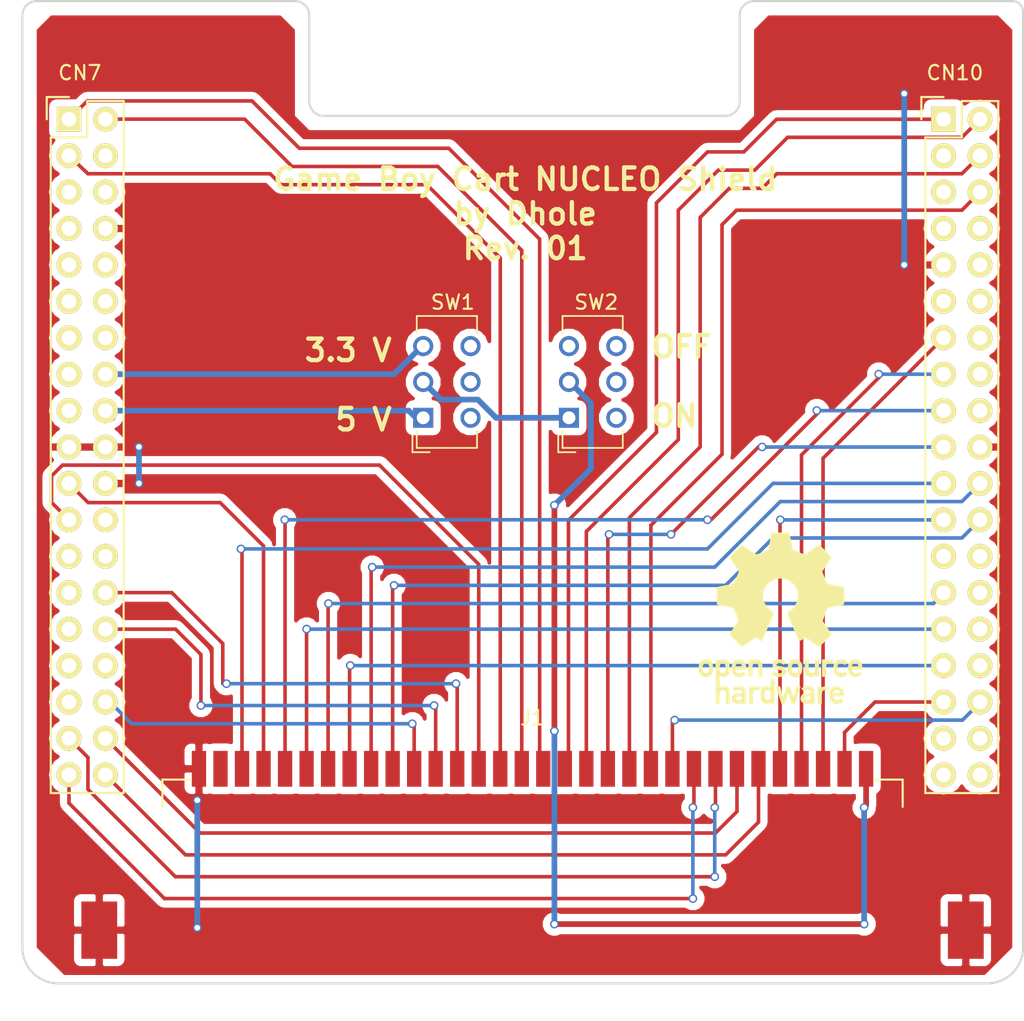
<source format=kicad_pcb>
(kicad_pcb (version 4) (host pcbnew 4.0.7)

  (general
    (links 41)
    (no_connects 0)
    (area 129.924999 62.924999 199.825001 131.575001)
    (thickness 1.6)
    (drawings 19)
    (tracks 237)
    (zones 0)
    (modules 6)
    (nets 75)
  )

  (page A4)
  (layers
    (0 F.Cu signal)
    (31 B.Cu signal)
    (32 B.Adhes user)
    (33 F.Adhes user)
    (34 B.Paste user)
    (35 F.Paste user)
    (36 B.SilkS user)
    (37 F.SilkS user)
    (38 B.Mask user)
    (39 F.Mask user)
    (40 Dwgs.User user)
    (41 Cmts.User user)
    (42 Eco1.User user)
    (43 Eco2.User user)
    (44 Edge.Cuts user)
    (45 Margin user)
    (46 B.CrtYd user)
    (47 F.CrtYd user)
    (48 B.Fab user)
    (49 F.Fab user)
  )

  (setup
    (last_trace_width 0.25)
    (trace_clearance 0.2)
    (zone_clearance 0.508)
    (zone_45_only no)
    (trace_min 0.2)
    (segment_width 0.2)
    (edge_width 0.15)
    (via_size 0.6)
    (via_drill 0.4)
    (via_min_size 0.4)
    (via_min_drill 0.3)
    (uvia_size 0.3)
    (uvia_drill 0.1)
    (uvias_allowed no)
    (uvia_min_size 0.2)
    (uvia_min_drill 0.1)
    (pcb_text_width 0.3)
    (pcb_text_size 1.5 1.5)
    (mod_edge_width 0.15)
    (mod_text_size 1 1)
    (mod_text_width 0.15)
    (pad_size 1.524 1.524)
    (pad_drill 0.762)
    (pad_to_mask_clearance 0.2)
    (aux_axis_origin 130 120)
    (grid_origin 130 120)
    (visible_elements FFFEFF7F)
    (pcbplotparams
      (layerselection 0x010f0_80000001)
      (usegerberextensions false)
      (excludeedgelayer true)
      (linewidth 0.100000)
      (plotframeref false)
      (viasonmask false)
      (mode 1)
      (useauxorigin false)
      (hpglpennumber 1)
      (hpglpenspeed 20)
      (hpglpendiameter 15)
      (hpglpenoverlay 2)
      (psnegative false)
      (psa4output false)
      (plotreference true)
      (plotvalue true)
      (plotinvisibletext false)
      (padsonsilk false)
      (subtractmaskfromsilk false)
      (outputformat 1)
      (mirror false)
      (drillshape 0)
      (scaleselection 1)
      (outputdirectory /home/dev/Documents/projects/stm32/gb-shield-NUCLEO/kicad/STM_Morpho/))
  )

  (net 0 "")
  (net 1 "Net-(CN7-Pad5)")
  (net 2 "Net-(CN7-Pad6)")
  (net 3 "Net-(CN7-Pad7)")
  (net 4 "Net-(CN7-Pad9)")
  (net 5 "Net-(CN7-Pad10)")
  (net 6 "Net-(CN7-Pad11)")
  (net 7 "Net-(CN7-Pad12)")
  (net 8 "Net-(CN7-Pad14)")
  (net 9 "Net-(CN7-Pad24)")
  (net 10 "Net-(CN7-Pad26)")
  (net 11 "Net-(CN7-Pad29)")
  (net 12 "Net-(CN7-Pad31)")
  (net 13 "Net-(CN7-Pad33)")
  (net 14 "Net-(CN10-Pad7)")
  (net 15 "Net-(CN10-Pad8)")
  (net 16 "Net-(CN10-Pad10)")
  (net 17 "Net-(CN10-Pad18)")
  (net 18 "Net-(CN10-Pad32)")
  (net 19 "Net-(CN10-Pad36)")
  (net 20 "Net-(CN10-Pad38)")
  (net 21 A10)
  (net 22 A11)
  (net 23 A12)
  (net 24 PD2)
  (net 25 GND)
  (net 26 PA13)
  (net 27 PA14)
  (net 28 3V3)
  (net 29 PA15)
  (net 30 5V)
  (net 31 D7)
  (net 32 A13)
  (net 33 PC14)
  (net 34 PC15)
  (net 35 A14)
  (net 36 A15)
  (net 37 PA4)
  (net 38 D0)
  (net 39 A2)
  (net 40 A1)
  (net 41 A3)
  (net 42 A0)
  (net 43 A9)
  (net 44 A8)
  (net 45 PB8)
  (net 46 A6)
  (net 47 PB9)
  (net 48 A5)
  (net 49 PA5)
  (net 50 PA12)
  (net 51 /WR)
  (net 52 PA11)
  (net 53 /RD)
  (net 54 PB12)
  (net 55 D6)
  (net 56 A7)
  (net 57 /RES)
  (net 58 D2)
  (net 59 /CS)
  (net 60 D1)
  (net 61 PB10)
  (net 62 PB15)
  (net 63 D4)
  (net 64 PB14)
  (net 65 D5)
  (net 66 PB13)
  (net 67 D3)
  (net 68 CLK)
  (net 69 A4)
  (net 70 PA2)
  (net 71 PA3)
  (net 72 VCC)
  (net 73 AUDIO)
  (net 74 VCCS)

  (net_class Default "This is the default net class."
    (clearance 0.2)
    (trace_width 0.25)
    (via_dia 0.6)
    (via_drill 0.4)
    (uvia_dia 0.3)
    (uvia_drill 0.1)
    (add_net /CS)
    (add_net /RD)
    (add_net /RES)
    (add_net /WR)
    (add_net A0)
    (add_net A1)
    (add_net A10)
    (add_net A11)
    (add_net A12)
    (add_net A13)
    (add_net A14)
    (add_net A15)
    (add_net A2)
    (add_net A3)
    (add_net A4)
    (add_net A5)
    (add_net A6)
    (add_net A7)
    (add_net A8)
    (add_net A9)
    (add_net AUDIO)
    (add_net CLK)
    (add_net D0)
    (add_net D1)
    (add_net D2)
    (add_net D3)
    (add_net D4)
    (add_net D5)
    (add_net D6)
    (add_net D7)
    (add_net "Net-(CN10-Pad10)")
    (add_net "Net-(CN10-Pad18)")
    (add_net "Net-(CN10-Pad32)")
    (add_net "Net-(CN10-Pad36)")
    (add_net "Net-(CN10-Pad38)")
    (add_net "Net-(CN10-Pad7)")
    (add_net "Net-(CN10-Pad8)")
    (add_net "Net-(CN7-Pad10)")
    (add_net "Net-(CN7-Pad11)")
    (add_net "Net-(CN7-Pad12)")
    (add_net "Net-(CN7-Pad14)")
    (add_net "Net-(CN7-Pad24)")
    (add_net "Net-(CN7-Pad26)")
    (add_net "Net-(CN7-Pad29)")
    (add_net "Net-(CN7-Pad31)")
    (add_net "Net-(CN7-Pad33)")
    (add_net "Net-(CN7-Pad5)")
    (add_net "Net-(CN7-Pad6)")
    (add_net "Net-(CN7-Pad7)")
    (add_net "Net-(CN7-Pad9)")
    (add_net PA11)
    (add_net PA12)
    (add_net PA13)
    (add_net PA14)
    (add_net PA15)
    (add_net PA2)
    (add_net PA3)
    (add_net PA4)
    (add_net PA5)
    (add_net PB10)
    (add_net PB12)
    (add_net PB13)
    (add_net PB14)
    (add_net PB15)
    (add_net PB8)
    (add_net PB9)
    (add_net PC14)
    (add_net PC15)
    (add_net PD2)
  )

  (net_class power ""
    (clearance 0.2)
    (trace_width 0.4)
    (via_dia 0.6)
    (via_drill 0.4)
    (uvia_dia 0.3)
    (uvia_drill 0.1)
    (add_net 3V3)
    (add_net 5V)
    (add_net GND)
    (add_net VCC)
    (add_net VCCS)
  )

  (module Pin_Headers:Pin_Header_Straight_2x19 (layer F.Cu) (tedit 5AACD028) (tstamp 5874D3F2)
    (at 133.25 71.24)
    (descr "Through hole pin header")
    (tags "pin header")
    (path /58745202)
    (fp_text reference CN7 (at 0.75 -3.24) (layer F.SilkS)
      (effects (font (size 1 1) (thickness 0.15)))
    )
    (fp_text value CONN_02X19 (at 0.15 -3.17) (layer F.Fab)
      (effects (font (size 1 1) (thickness 0.15)))
    )
    (fp_line (start -1.75 -1.75) (end -1.75 47.5) (layer F.CrtYd) (width 0.05))
    (fp_line (start 4.3 -1.75) (end 4.3 47.5) (layer F.CrtYd) (width 0.05))
    (fp_line (start -1.75 -1.75) (end 4.3 -1.75) (layer F.CrtYd) (width 0.05))
    (fp_line (start -1.75 47.5) (end 4.3 47.5) (layer F.CrtYd) (width 0.05))
    (fp_line (start 3.81 -1.27) (end 3.81 46.99) (layer F.SilkS) (width 0.15))
    (fp_line (start -1.27 46.99) (end -1.27 1.27) (layer F.SilkS) (width 0.15))
    (fp_line (start 3.81 46.99) (end -1.27 46.99) (layer F.SilkS) (width 0.15))
    (fp_line (start 3.81 -1.27) (end 1.27 -1.27) (layer F.SilkS) (width 0.15))
    (fp_line (start 0 -1.55) (end -1.55 -1.55) (layer F.SilkS) (width 0.15))
    (fp_line (start 1.27 -1.27) (end 1.27 1.27) (layer F.SilkS) (width 0.15))
    (fp_line (start 1.27 1.27) (end -1.27 1.27) (layer F.SilkS) (width 0.15))
    (fp_line (start -1.55 -1.55) (end -1.55 0) (layer F.SilkS) (width 0.15))
    (pad 1 thru_hole rect (at 0 0) (size 1.7272 1.7272) (drill 1.016) (layers *.Cu *.Mask F.SilkS)
      (net 21 A10))
    (pad 2 thru_hole oval (at 2.54 0) (size 1.7272 1.7272) (drill 1.016) (layers *.Cu *.Mask F.SilkS)
      (net 22 A11))
    (pad 3 thru_hole oval (at 0 2.54) (size 1.7272 1.7272) (drill 1.016) (layers *.Cu *.Mask F.SilkS)
      (net 23 A12))
    (pad 4 thru_hole oval (at 2.54 2.54) (size 1.7272 1.7272) (drill 1.016) (layers *.Cu *.Mask F.SilkS)
      (net 24 PD2))
    (pad 5 thru_hole oval (at 0 5.08) (size 1.7272 1.7272) (drill 1.016) (layers *.Cu *.Mask F.SilkS)
      (net 1 "Net-(CN7-Pad5)"))
    (pad 6 thru_hole oval (at 2.54 5.08) (size 1.7272 1.7272) (drill 1.016) (layers *.Cu *.Mask F.SilkS)
      (net 2 "Net-(CN7-Pad6)"))
    (pad 7 thru_hole oval (at 0 7.62) (size 1.7272 1.7272) (drill 1.016) (layers *.Cu *.Mask F.SilkS)
      (net 3 "Net-(CN7-Pad7)"))
    (pad 8 thru_hole oval (at 2.54 7.62) (size 1.7272 1.7272) (drill 1.016) (layers *.Cu *.Mask F.SilkS)
      (net 25 GND))
    (pad 9 thru_hole oval (at 0 10.16) (size 1.7272 1.7272) (drill 1.016) (layers *.Cu *.Mask F.SilkS)
      (net 4 "Net-(CN7-Pad9)"))
    (pad 10 thru_hole oval (at 2.54 10.16) (size 1.7272 1.7272) (drill 1.016) (layers *.Cu *.Mask F.SilkS)
      (net 5 "Net-(CN7-Pad10)"))
    (pad 11 thru_hole oval (at 0 12.7) (size 1.7272 1.7272) (drill 1.016) (layers *.Cu *.Mask F.SilkS)
      (net 6 "Net-(CN7-Pad11)"))
    (pad 12 thru_hole oval (at 2.54 12.7) (size 1.7272 1.7272) (drill 1.016) (layers *.Cu *.Mask F.SilkS)
      (net 7 "Net-(CN7-Pad12)"))
    (pad 13 thru_hole oval (at 0 15.24) (size 1.7272 1.7272) (drill 1.016) (layers *.Cu *.Mask F.SilkS)
      (net 26 PA13))
    (pad 14 thru_hole oval (at 2.54 15.24) (size 1.7272 1.7272) (drill 1.016) (layers *.Cu *.Mask F.SilkS)
      (net 8 "Net-(CN7-Pad14)"))
    (pad 15 thru_hole oval (at 0 17.78) (size 1.7272 1.7272) (drill 1.016) (layers *.Cu *.Mask F.SilkS)
      (net 27 PA14))
    (pad 16 thru_hole oval (at 2.54 17.78) (size 1.7272 1.7272) (drill 1.016) (layers *.Cu *.Mask F.SilkS)
      (net 28 3V3))
    (pad 17 thru_hole oval (at 0 20.32) (size 1.7272 1.7272) (drill 1.016) (layers *.Cu *.Mask F.SilkS)
      (net 29 PA15))
    (pad 18 thru_hole oval (at 2.54 20.32) (size 1.7272 1.7272) (drill 1.016) (layers *.Cu *.Mask F.SilkS)
      (net 30 5V))
    (pad 19 thru_hole oval (at 0 22.86) (size 1.7272 1.7272) (drill 1.016) (layers *.Cu *.Mask F.SilkS)
      (net 25 GND))
    (pad 20 thru_hole oval (at 2.54 22.86) (size 1.7272 1.7272) (drill 1.016) (layers *.Cu *.Mask F.SilkS)
      (net 25 GND))
    (pad 21 thru_hole oval (at 0 25.4) (size 1.7272 1.7272) (drill 1.016) (layers *.Cu *.Mask F.SilkS)
      (net 31 D7))
    (pad 22 thru_hole oval (at 2.54 25.4) (size 1.7272 1.7272) (drill 1.016) (layers *.Cu *.Mask F.SilkS)
      (net 25 GND))
    (pad 23 thru_hole oval (at 0 27.94) (size 1.7272 1.7272) (drill 1.016) (layers *.Cu *.Mask F.SilkS)
      (net 32 A13))
    (pad 24 thru_hole oval (at 2.54 27.94) (size 1.7272 1.7272) (drill 1.016) (layers *.Cu *.Mask F.SilkS)
      (net 9 "Net-(CN7-Pad24)"))
    (pad 25 thru_hole oval (at 0 30.48) (size 1.7272 1.7272) (drill 1.016) (layers *.Cu *.Mask F.SilkS)
      (net 33 PC14))
    (pad 26 thru_hole oval (at 2.54 30.48) (size 1.7272 1.7272) (drill 1.016) (layers *.Cu *.Mask F.SilkS)
      (net 10 "Net-(CN7-Pad26)"))
    (pad 27 thru_hole oval (at 0 33.02) (size 1.7272 1.7272) (drill 1.016) (layers *.Cu *.Mask F.SilkS)
      (net 34 PC15))
    (pad 28 thru_hole oval (at 2.54 33.02) (size 1.7272 1.7272) (drill 1.016) (layers *.Cu *.Mask F.SilkS)
      (net 35 A14))
    (pad 29 thru_hole oval (at 0 35.56) (size 1.7272 1.7272) (drill 1.016) (layers *.Cu *.Mask F.SilkS)
      (net 11 "Net-(CN7-Pad29)"))
    (pad 30 thru_hole oval (at 2.54 35.56) (size 1.7272 1.7272) (drill 1.016) (layers *.Cu *.Mask F.SilkS)
      (net 36 A15))
    (pad 31 thru_hole oval (at 0 38.1) (size 1.7272 1.7272) (drill 1.016) (layers *.Cu *.Mask F.SilkS)
      (net 12 "Net-(CN7-Pad31)"))
    (pad 32 thru_hole oval (at 2.54 38.1) (size 1.7272 1.7272) (drill 1.016) (layers *.Cu *.Mask F.SilkS)
      (net 37 PA4))
    (pad 33 thru_hole oval (at 0 40.64) (size 1.7272 1.7272) (drill 1.016) (layers *.Cu *.Mask F.SilkS)
      (net 13 "Net-(CN7-Pad33)"))
    (pad 34 thru_hole oval (at 2.54 40.64) (size 1.7272 1.7272) (drill 1.016) (layers *.Cu *.Mask F.SilkS)
      (net 38 D0))
    (pad 35 thru_hole oval (at 0 43.18) (size 1.7272 1.7272) (drill 1.016) (layers *.Cu *.Mask F.SilkS)
      (net 39 A2))
    (pad 36 thru_hole oval (at 2.54 43.18) (size 1.7272 1.7272) (drill 1.016) (layers *.Cu *.Mask F.SilkS)
      (net 40 A1))
    (pad 37 thru_hole oval (at 0 45.72) (size 1.7272 1.7272) (drill 1.016) (layers *.Cu *.Mask F.SilkS)
      (net 41 A3))
    (pad 38 thru_hole oval (at 2.54 45.72) (size 1.7272 1.7272) (drill 1.016) (layers *.Cu *.Mask F.SilkS)
      (net 42 A0))
    (model Socket_Strips.3dshapes/Socket_Strip_Straight_2x19.wrl
      (at (xyz 0.05 -0.9 -0.06))
      (scale (xyz 1 1 1))
      (rotate (xyz 0 180 90))
    )
  )

  (module Pin_Headers:Pin_Header_Straight_2x19 (layer F.Cu) (tedit 5AACD032) (tstamp 5874D428)
    (at 194.21 71.24)
    (descr "Through hole pin header")
    (tags "pin header")
    (path /5874523E)
    (fp_text reference CN10 (at 0.79 -3.24) (layer F.SilkS)
      (effects (font (size 1 1) (thickness 0.15)))
    )
    (fp_text value CONN_02X19 (at 0 -3.1) (layer F.Fab)
      (effects (font (size 1 1) (thickness 0.15)))
    )
    (fp_line (start -1.75 -1.75) (end -1.75 47.5) (layer F.CrtYd) (width 0.05))
    (fp_line (start 4.3 -1.75) (end 4.3 47.5) (layer F.CrtYd) (width 0.05))
    (fp_line (start -1.75 -1.75) (end 4.3 -1.75) (layer F.CrtYd) (width 0.05))
    (fp_line (start -1.75 47.5) (end 4.3 47.5) (layer F.CrtYd) (width 0.05))
    (fp_line (start 3.81 -1.27) (end 3.81 46.99) (layer F.SilkS) (width 0.15))
    (fp_line (start -1.27 46.99) (end -1.27 1.27) (layer F.SilkS) (width 0.15))
    (fp_line (start 3.81 46.99) (end -1.27 46.99) (layer F.SilkS) (width 0.15))
    (fp_line (start 3.81 -1.27) (end 1.27 -1.27) (layer F.SilkS) (width 0.15))
    (fp_line (start 0 -1.55) (end -1.55 -1.55) (layer F.SilkS) (width 0.15))
    (fp_line (start 1.27 -1.27) (end 1.27 1.27) (layer F.SilkS) (width 0.15))
    (fp_line (start 1.27 1.27) (end -1.27 1.27) (layer F.SilkS) (width 0.15))
    (fp_line (start -1.55 -1.55) (end -1.55 0) (layer F.SilkS) (width 0.15))
    (pad 1 thru_hole rect (at 0 0) (size 1.7272 1.7272) (drill 1.016) (layers *.Cu *.Mask F.SilkS)
      (net 43 A9))
    (pad 2 thru_hole oval (at 2.54 0) (size 1.7272 1.7272) (drill 1.016) (layers *.Cu *.Mask F.SilkS)
      (net 44 A8))
    (pad 3 thru_hole oval (at 0 2.54) (size 1.7272 1.7272) (drill 1.016) (layers *.Cu *.Mask F.SilkS)
      (net 45 PB8))
    (pad 4 thru_hole oval (at 2.54 2.54) (size 1.7272 1.7272) (drill 1.016) (layers *.Cu *.Mask F.SilkS)
      (net 46 A6))
    (pad 5 thru_hole oval (at 0 5.08) (size 1.7272 1.7272) (drill 1.016) (layers *.Cu *.Mask F.SilkS)
      (net 47 PB9))
    (pad 6 thru_hole oval (at 2.54 5.08) (size 1.7272 1.7272) (drill 1.016) (layers *.Cu *.Mask F.SilkS)
      (net 48 A5))
    (pad 7 thru_hole oval (at 0 7.62) (size 1.7272 1.7272) (drill 1.016) (layers *.Cu *.Mask F.SilkS)
      (net 14 "Net-(CN10-Pad7)"))
    (pad 8 thru_hole oval (at 2.54 7.62) (size 1.7272 1.7272) (drill 1.016) (layers *.Cu *.Mask F.SilkS)
      (net 15 "Net-(CN10-Pad8)"))
    (pad 9 thru_hole oval (at 0 10.16) (size 1.7272 1.7272) (drill 1.016) (layers *.Cu *.Mask F.SilkS)
      (net 25 GND))
    (pad 10 thru_hole oval (at 2.54 10.16) (size 1.7272 1.7272) (drill 1.016) (layers *.Cu *.Mask F.SilkS)
      (net 16 "Net-(CN10-Pad10)"))
    (pad 11 thru_hole oval (at 0 12.7) (size 1.7272 1.7272) (drill 1.016) (layers *.Cu *.Mask F.SilkS)
      (net 49 PA5))
    (pad 12 thru_hole oval (at 2.54 12.7) (size 1.7272 1.7272) (drill 1.016) (layers *.Cu *.Mask F.SilkS)
      (net 50 PA12))
    (pad 13 thru_hole oval (at 0 15.24) (size 1.7272 1.7272) (drill 1.016) (layers *.Cu *.Mask F.SilkS)
      (net 51 /WR))
    (pad 14 thru_hole oval (at 2.54 15.24) (size 1.7272 1.7272) (drill 1.016) (layers *.Cu *.Mask F.SilkS)
      (net 52 PA11))
    (pad 15 thru_hole oval (at 0 17.78) (size 1.7272 1.7272) (drill 1.016) (layers *.Cu *.Mask F.SilkS)
      (net 53 /RD))
    (pad 16 thru_hole oval (at 2.54 17.78) (size 1.7272 1.7272) (drill 1.016) (layers *.Cu *.Mask F.SilkS)
      (net 54 PB12))
    (pad 17 thru_hole oval (at 0 20.32) (size 1.7272 1.7272) (drill 1.016) (layers *.Cu *.Mask F.SilkS)
      (net 55 D6))
    (pad 18 thru_hole oval (at 2.54 20.32) (size 1.7272 1.7272) (drill 1.016) (layers *.Cu *.Mask F.SilkS)
      (net 17 "Net-(CN10-Pad18)"))
    (pad 19 thru_hole oval (at 0 22.86) (size 1.7272 1.7272) (drill 1.016) (layers *.Cu *.Mask F.SilkS)
      (net 56 A7))
    (pad 20 thru_hole oval (at 2.54 22.86) (size 1.7272 1.7272) (drill 1.016) (layers *.Cu *.Mask F.SilkS)
      (net 25 GND))
    (pad 21 thru_hole oval (at 0 25.4) (size 1.7272 1.7272) (drill 1.016) (layers *.Cu *.Mask F.SilkS)
      (net 57 /RES))
    (pad 22 thru_hole oval (at 2.54 25.4) (size 1.7272 1.7272) (drill 1.016) (layers *.Cu *.Mask F.SilkS)
      (net 58 D2))
    (pad 23 thru_hole oval (at 0 27.94) (size 1.7272 1.7272) (drill 1.016) (layers *.Cu *.Mask F.SilkS)
      (net 59 /CS))
    (pad 24 thru_hole oval (at 2.54 27.94) (size 1.7272 1.7272) (drill 1.016) (layers *.Cu *.Mask F.SilkS)
      (net 60 D1))
    (pad 25 thru_hole oval (at 0 30.48) (size 1.7272 1.7272) (drill 1.016) (layers *.Cu *.Mask F.SilkS)
      (net 61 PB10))
    (pad 26 thru_hole oval (at 2.54 30.48) (size 1.7272 1.7272) (drill 1.016) (layers *.Cu *.Mask F.SilkS)
      (net 62 PB15))
    (pad 27 thru_hole oval (at 0 33.02) (size 1.7272 1.7272) (drill 1.016) (layers *.Cu *.Mask F.SilkS)
      (net 63 D4))
    (pad 28 thru_hole oval (at 2.54 33.02) (size 1.7272 1.7272) (drill 1.016) (layers *.Cu *.Mask F.SilkS)
      (net 64 PB14))
    (pad 29 thru_hole oval (at 0 35.56) (size 1.7272 1.7272) (drill 1.016) (layers *.Cu *.Mask F.SilkS)
      (net 65 D5))
    (pad 30 thru_hole oval (at 2.54 35.56) (size 1.7272 1.7272) (drill 1.016) (layers *.Cu *.Mask F.SilkS)
      (net 66 PB13))
    (pad 31 thru_hole oval (at 0 38.1) (size 1.7272 1.7272) (drill 1.016) (layers *.Cu *.Mask F.SilkS)
      (net 67 D3))
    (pad 32 thru_hole oval (at 2.54 38.1) (size 1.7272 1.7272) (drill 1.016) (layers *.Cu *.Mask F.SilkS)
      (net 18 "Net-(CN10-Pad32)"))
    (pad 33 thru_hole oval (at 0 40.64) (size 1.7272 1.7272) (drill 1.016) (layers *.Cu *.Mask F.SilkS)
      (net 68 CLK))
    (pad 34 thru_hole oval (at 2.54 40.64) (size 1.7272 1.7272) (drill 1.016) (layers *.Cu *.Mask F.SilkS)
      (net 69 A4))
    (pad 35 thru_hole oval (at 0 43.18) (size 1.7272 1.7272) (drill 1.016) (layers *.Cu *.Mask F.SilkS)
      (net 70 PA2))
    (pad 36 thru_hole oval (at 2.54 43.18) (size 1.7272 1.7272) (drill 1.016) (layers *.Cu *.Mask F.SilkS)
      (net 19 "Net-(CN10-Pad36)"))
    (pad 37 thru_hole oval (at 0 45.72) (size 1.7272 1.7272) (drill 1.016) (layers *.Cu *.Mask F.SilkS)
      (net 71 PA3))
    (pad 38 thru_hole oval (at 2.54 45.72) (size 1.7272 1.7272) (drill 1.016) (layers *.Cu *.Mask F.SilkS)
      (net 20 "Net-(CN10-Pad38)"))
    (model Socket_Strips.3dshapes/Socket_Strip_Straight_2x19.wrl
      (at (xyz 0.05 -0.9 -0.06))
      (scale (xyz 1 1 1))
      (rotate (xyz 0 180 90))
    )
  )

  (module Gekkio_GameBoy:GameBoy_Cartridge_Slot_DSLite (layer F.Cu) (tedit 596AA299) (tstamp 5AACC871)
    (at 165.56 122.54 180)
    (descr "Game Boy cartridge slot, DS Lite")
    (tags "gameboy cartridge slot")
    (path /5AAC96CF)
    (attr smd)
    (fp_text reference J1 (at 0 9.55 360) (layer F.SilkS)
      (effects (font (size 1 1) (thickness 0.15)))
    )
    (fp_text value Conn_GameBoy_Cartridge_Slot (at 0 -10.75 180) (layer F.Fab)
      (effects (font (size 1 1) (thickness 0.15)))
    )
    (fp_text user %R (at 0 -0.75 180) (layer F.Fab)
      (effects (font (size 2 2) (thickness 0.2)))
    )
    (fp_line (start 30.5 -7.75) (end 30.5 -9.25) (layer F.CrtYd) (width 0.05))
    (fp_line (start 32 -7.75) (end 30.5 -7.75) (layer F.CrtYd) (width 0.05))
    (fp_line (start 30.5 -2.75) (end 32 -2.75) (layer F.CrtYd) (width 0.05))
    (fp_line (start 30.5 2.75) (end 30.5 -2.75) (layer F.CrtYd) (width 0.05))
    (fp_line (start 32 -2.75) (end 32 -7.75) (layer F.CrtYd) (width 0.05))
    (fp_line (start 26.1 2.75) (end 30.5 2.75) (layer F.CrtYd) (width 0.05))
    (fp_line (start 26.1 7.75) (end 26.1 2.75) (layer F.CrtYd) (width 0.05))
    (fp_line (start -26.1 7.75) (end 26.1 7.75) (layer F.CrtYd) (width 0.05))
    (fp_line (start -26.1 2.75) (end -26.1 7.75) (layer F.CrtYd) (width 0.05))
    (fp_line (start -30.5 2.75) (end -26.1 2.75) (layer F.CrtYd) (width 0.05))
    (fp_line (start -30.5 -2.75) (end -30.5 2.75) (layer F.CrtYd) (width 0.05))
    (fp_line (start -32 -2.75) (end -30.5 -2.75) (layer F.CrtYd) (width 0.05))
    (fp_line (start -32 -7.75) (end -32 -2.75) (layer F.CrtYd) (width 0.05))
    (fp_line (start -30.5 -7.75) (end -32 -7.75) (layer F.CrtYd) (width 0.05))
    (fp_line (start -30.5 -9.25) (end -30.5 -7.75) (layer F.CrtYd) (width 0.05))
    (fp_line (start -30.5 -9.25) (end 30.5 -9.25) (layer F.CrtYd) (width 0.05))
    (fp_line (start -25.8 5.25) (end -25.8 3.35) (layer F.SilkS) (width 0.15))
    (fp_line (start -23.9 5.25) (end -25.8 5.25) (layer F.SilkS) (width 0.15))
    (fp_line (start -30 -8.75) (end 30 -8.75) (layer F.Fab) (width 0.15))
    (fp_line (start 30 2.25) (end 30 -8.75) (layer F.Fab) (width 0.15))
    (fp_line (start 25.6 2.25) (end 30 2.25) (layer F.Fab) (width 0.15))
    (fp_line (start 25.6 5.05) (end 25.6 2.25) (layer F.Fab) (width 0.15))
    (fp_line (start -23.8 5.05) (end -25.6 5.05) (layer F.Fab) (width 0.15))
    (fp_line (start -30 2.25) (end -30 -8.75) (layer F.Fab) (width 0.15))
    (fp_line (start -25.6 2.25) (end -30 2.25) (layer F.Fab) (width 0.15))
    (fp_line (start -25.6 5.05) (end -25.6 2.25) (layer F.Fab) (width 0.15))
    (fp_line (start 23.8 5.05) (end 25.6 5.05) (layer F.Fab) (width 0.15))
    (fp_line (start 23.9 5.25) (end 25.8 5.25) (layer F.SilkS) (width 0.15))
    (fp_line (start 25.8 5.25) (end 25.8 3.35) (layer F.SilkS) (width 0.15))
    (pad 1 smd rect (at -23.25 6 180) (size 1 2.5) (layers F.Cu F.Paste F.Mask)
      (net 72 VCC))
    (pad 15 smd rect (at -2.25 6 180) (size 1 2.5) (layers F.Cu F.Paste F.Mask)
      (net 43 A9))
    (pad 2 smd rect (at -21.75 6 180) (size 1 2.5) (layers F.Cu F.Paste F.Mask)
      (net 68 CLK))
    (pad 3 smd rect (at -20.25 6 180) (size 1 2.5) (layers F.Cu F.Paste F.Mask)
      (net 51 /WR))
    (pad 4 smd rect (at -18.75 6 180) (size 1 2.5) (layers F.Cu F.Paste F.Mask)
      (net 53 /RD))
    (pad 5 smd rect (at -17.25 6 180) (size 1 2.5) (layers F.Cu F.Paste F.Mask)
      (net 59 /CS))
    (pad 6 smd rect (at -15.75 6 180) (size 1 2.5) (layers F.Cu F.Paste F.Mask)
      (net 42 A0))
    (pad 7 smd rect (at -14.25 6 180) (size 1 2.5) (layers F.Cu F.Paste F.Mask)
      (net 40 A1))
    (pad 8 smd rect (at -12.75 6 180) (size 1 2.5) (layers F.Cu F.Paste F.Mask)
      (net 39 A2))
    (pad 9 smd rect (at -11.25 6 180) (size 1 2.5) (layers F.Cu F.Paste F.Mask)
      (net 41 A3))
    (pad 10 smd rect (at -9.75 6 180) (size 1 2.5) (layers F.Cu F.Paste F.Mask)
      (net 69 A4))
    (pad 11 smd rect (at -8.25 6 180) (size 1 2.5) (layers F.Cu F.Paste F.Mask)
      (net 48 A5))
    (pad 12 smd rect (at -6.75 6 180) (size 1 2.5) (layers F.Cu F.Paste F.Mask)
      (net 46 A6))
    (pad 13 smd rect (at -5.25 6 180) (size 1 2.5) (layers F.Cu F.Paste F.Mask)
      (net 56 A7))
    (pad 14 smd rect (at -3.75 6 180) (size 1 2.5) (layers F.Cu F.Paste F.Mask)
      (net 44 A8))
    (pad 16 smd rect (at -0.75 6 180) (size 1 2.5) (layers F.Cu F.Paste F.Mask)
      (net 21 A10))
    (pad 17 smd rect (at 0.75 6 180) (size 1 2.5) (layers F.Cu F.Paste F.Mask)
      (net 22 A11))
    (pad 18 smd rect (at 2.25 6 180) (size 1 2.5) (layers F.Cu F.Paste F.Mask)
      (net 23 A12))
    (pad 19 smd rect (at 3.75 6 180) (size 1 2.5) (layers F.Cu F.Paste F.Mask)
      (net 32 A13))
    (pad 20 smd rect (at 5.25 6 180) (size 1 2.5) (layers F.Cu F.Paste F.Mask)
      (net 35 A14))
    (pad 21 smd rect (at 6.75 6 180) (size 1 2.5) (layers F.Cu F.Paste F.Mask)
      (net 36 A15))
    (pad 22 smd rect (at 8.25 6 180) (size 1 2.5) (layers F.Cu F.Paste F.Mask)
      (net 38 D0))
    (pad 23 smd rect (at 9.75 6 180) (size 1 2.5) (layers F.Cu F.Paste F.Mask)
      (net 60 D1))
    (pad 24 smd rect (at 11.25 6 180) (size 1 2.5) (layers F.Cu F.Paste F.Mask)
      (net 58 D2))
    (pad 25 smd rect (at 12.75 6 180) (size 1 2.5) (layers F.Cu F.Paste F.Mask)
      (net 67 D3))
    (pad 26 smd rect (at 14.25 6 180) (size 1 2.5) (layers F.Cu F.Paste F.Mask)
      (net 63 D4))
    (pad 27 smd rect (at 15.75 6 180) (size 1 2.5) (layers F.Cu F.Paste F.Mask)
      (net 65 D5))
    (pad 28 smd rect (at 17.25 6 180) (size 1 2.5) (layers F.Cu F.Paste F.Mask)
      (net 55 D6))
    (pad 29 smd rect (at 18.75 6 180) (size 1 2.5) (layers F.Cu F.Paste F.Mask)
      (net 31 D7))
    (pad 30 smd rect (at 20.25 6 180) (size 1 2.5) (layers F.Cu F.Paste F.Mask)
      (net 57 /RES))
    (pad 31 smd rect (at 21.75 6 180) (size 1 2.5) (layers F.Cu F.Paste F.Mask)
      (net 73 AUDIO))
    (pad 32 smd rect (at 23.25 6 180) (size 1 2.5) (layers F.Cu F.Paste F.Mask)
      (net 25 GND))
    (pad 32 smd rect (at -30.2 -5.25 180) (size 2.5 4) (layers F.Cu F.Paste F.Mask)
      (net 25 GND))
    (pad 32 smd rect (at 30.2 -5.25 180) (size 2.5 4) (layers F.Cu F.Paste F.Mask)
      (net 25 GND))
    (model ${KISYS3DMOD}/Gekkio_GameBoy.3dshapes/GameBoy_Cartridge_Slot_DSLite.wrl
      (at (xyz 0 0 0))
      (scale (xyz 1 1 1))
      (rotate (xyz 0 0 0))
    )
  )

  (module Buttons_Switches_THT:SW_CuK_JS202011CQN_DPDT_Straight (layer F.Cu) (tedit 5AACD052) (tstamp 5AACC88D)
    (at 157.94 92.06 90)
    (descr "CuK sub miniature slide switch, JS series, DPDT, right angle, http://www.ckswitches.com/media/1422/js.pdf")
    (tags "switch DPDT")
    (path /5AAC9860)
    (fp_text reference SW1 (at 8.06 2.06 180) (layer F.SilkS)
      (effects (font (size 1 1) (thickness 0.15)))
    )
    (fp_text value SW_SPDT (at 3 5 90) (layer F.Fab)
      (effects (font (size 1 1) (thickness 0.15)))
    )
    (fp_line (start -1 -0.35) (end -2 0.65) (layer F.Fab) (width 0.1))
    (fp_line (start -2.25 4.25) (end -2.25 -0.95) (layer F.CrtYd) (width 0.05))
    (fp_line (start 7.25 4.25) (end -2.25 4.25) (layer F.CrtYd) (width 0.05))
    (fp_line (start 7.25 -0.95) (end 7.25 4.25) (layer F.CrtYd) (width 0.05))
    (fp_line (start -2.25 -0.95) (end 7.25 -0.95) (layer F.CrtYd) (width 0.05))
    (fp_line (start -2.4 -0.75) (end -2.4 0.45) (layer F.SilkS) (width 0.12))
    (fp_line (start -1.2 -0.75) (end -2.4 -0.75) (layer F.SilkS) (width 0.12))
    (fp_line (start 7.1 3.75) (end 5.9 3.75) (layer F.SilkS) (width 0.12))
    (fp_line (start 7.1 -0.45) (end 7.1 3.75) (layer F.SilkS) (width 0.12))
    (fp_line (start 5.9 -0.45) (end 7.1 -0.45) (layer F.SilkS) (width 0.12))
    (fp_line (start -2.1 3.75) (end -0.9 3.75) (layer F.SilkS) (width 0.12))
    (fp_line (start -2.1 -0.45) (end -2.1 3.75) (layer F.SilkS) (width 0.12))
    (fp_line (start -0.9 -0.45) (end -2.1 -0.45) (layer F.SilkS) (width 0.12))
    (fp_text user %R (at 2 1.65 90) (layer F.Fab)
      (effects (font (size 1 1) (thickness 0.15)))
    )
    (fp_line (start -2 3.65) (end -2 0.65) (layer F.Fab) (width 0.1))
    (fp_line (start 7 3.65) (end -2 3.65) (layer F.Fab) (width 0.1))
    (fp_line (start 7 -0.35) (end 7 3.65) (layer F.Fab) (width 0.1))
    (fp_line (start -1 -0.35) (end 7 -0.35) (layer F.Fab) (width 0.1))
    (pad 1 thru_hole rect (at 0 0 90) (size 1.4 1.4) (drill 0.9) (layers *.Cu *.Mask)
      (net 30 5V))
    (pad 2 thru_hole circle (at 2.5 0 90) (size 1.4 1.4) (drill 0.9) (layers *.Cu *.Mask)
      (net 74 VCCS))
    (pad 3 thru_hole circle (at 5 0 90) (size 1.4 1.4) (drill 0.9) (layers *.Cu *.Mask)
      (net 28 3V3))
    (pad 4 thru_hole circle (at 0 3.3 90) (size 1.4 1.4) (drill 0.9) (layers *.Cu *.Mask))
    (pad 5 thru_hole circle (at 2.5 3.3 90) (size 1.4 1.4) (drill 0.9) (layers *.Cu *.Mask))
    (pad 6 thru_hole circle (at 5 3.3 90) (size 1.4 1.4) (drill 0.9) (layers *.Cu *.Mask))
    (model ${KISYS3DMOD}/Buttons_Switches_THT.3dshapes/SW_CuK_JS202011CQN_DPDT_Straight.wrl
      (at (xyz 0 0 0))
      (scale (xyz 1 1 1))
      (rotate (xyz 0 0 0))
    )
  )

  (module Buttons_Switches_THT:SW_CuK_JS202011CQN_DPDT_Straight (layer F.Cu) (tedit 5AACD057) (tstamp 5AACC8A9)
    (at 168.1 92.06 90)
    (descr "CuK sub miniature slide switch, JS series, DPDT, right angle, http://www.ckswitches.com/media/1422/js.pdf")
    (tags "switch DPDT")
    (path /5AAC98D7)
    (fp_text reference SW2 (at 8.06 1.9 180) (layer F.SilkS)
      (effects (font (size 1 1) (thickness 0.15)))
    )
    (fp_text value SW_SPST (at 3 5 90) (layer F.Fab)
      (effects (font (size 1 1) (thickness 0.15)))
    )
    (fp_line (start -1 -0.35) (end -2 0.65) (layer F.Fab) (width 0.1))
    (fp_line (start -2.25 4.25) (end -2.25 -0.95) (layer F.CrtYd) (width 0.05))
    (fp_line (start 7.25 4.25) (end -2.25 4.25) (layer F.CrtYd) (width 0.05))
    (fp_line (start 7.25 -0.95) (end 7.25 4.25) (layer F.CrtYd) (width 0.05))
    (fp_line (start -2.25 -0.95) (end 7.25 -0.95) (layer F.CrtYd) (width 0.05))
    (fp_line (start -2.4 -0.75) (end -2.4 0.45) (layer F.SilkS) (width 0.12))
    (fp_line (start -1.2 -0.75) (end -2.4 -0.75) (layer F.SilkS) (width 0.12))
    (fp_line (start 7.1 3.75) (end 5.9 3.75) (layer F.SilkS) (width 0.12))
    (fp_line (start 7.1 -0.45) (end 7.1 3.75) (layer F.SilkS) (width 0.12))
    (fp_line (start 5.9 -0.45) (end 7.1 -0.45) (layer F.SilkS) (width 0.12))
    (fp_line (start -2.1 3.75) (end -0.9 3.75) (layer F.SilkS) (width 0.12))
    (fp_line (start -2.1 -0.45) (end -2.1 3.75) (layer F.SilkS) (width 0.12))
    (fp_line (start -0.9 -0.45) (end -2.1 -0.45) (layer F.SilkS) (width 0.12))
    (fp_text user %R (at 2 1.65 90) (layer F.Fab)
      (effects (font (size 1 1) (thickness 0.15)))
    )
    (fp_line (start -2 3.65) (end -2 0.65) (layer F.Fab) (width 0.1))
    (fp_line (start 7 3.65) (end -2 3.65) (layer F.Fab) (width 0.1))
    (fp_line (start 7 -0.35) (end 7 3.65) (layer F.Fab) (width 0.1))
    (fp_line (start -1 -0.35) (end 7 -0.35) (layer F.Fab) (width 0.1))
    (pad 1 thru_hole rect (at 0 0 90) (size 1.4 1.4) (drill 0.9) (layers *.Cu *.Mask)
      (net 74 VCCS))
    (pad 2 thru_hole circle (at 2.5 0 90) (size 1.4 1.4) (drill 0.9) (layers *.Cu *.Mask)
      (net 72 VCC))
    (pad 3 thru_hole circle (at 5 0 90) (size 1.4 1.4) (drill 0.9) (layers *.Cu *.Mask))
    (pad 4 thru_hole circle (at 0 3.3 90) (size 1.4 1.4) (drill 0.9) (layers *.Cu *.Mask))
    (pad 5 thru_hole circle (at 2.5 3.3 90) (size 1.4 1.4) (drill 0.9) (layers *.Cu *.Mask))
    (pad 6 thru_hole circle (at 5 3.3 90) (size 1.4 1.4) (drill 0.9) (layers *.Cu *.Mask))
    (model ${KISYS3DMOD}/Buttons_Switches_THT.3dshapes/SW_CuK_JS202011CQN_DPDT_Straight.wrl
      (at (xyz 0 0 0))
      (scale (xyz 1 1 1))
      (rotate (xyz 0 0 0))
    )
  )

  (module Symbols:OSHW-Logo_11.4x12mm_SilkScreen (layer F.Cu) (tedit 0) (tstamp 5AACE994)
    (at 182.832 106.03)
    (descr "Open Source Hardware Logo")
    (tags "Logo OSHW")
    (attr virtual)
    (fp_text reference REF*** (at 0 0) (layer F.SilkS) hide
      (effects (font (size 1 1) (thickness 0.15)))
    )
    (fp_text value OSHW-Logo_11.4x12mm_SilkScreen (at 0.75 0) (layer F.Fab) hide
      (effects (font (size 1 1) (thickness 0.15)))
    )
    (fp_poly (pts (xy -3.780091 2.90956) (xy -3.727588 2.935499) (xy -3.662842 2.9807) (xy -3.615653 3.029991)
      (xy -3.583335 3.091885) (xy -3.563203 3.174896) (xy -3.55257 3.287538) (xy -3.548753 3.438324)
      (xy -3.54853 3.503149) (xy -3.549182 3.645221) (xy -3.551888 3.746757) (xy -3.557776 3.817015)
      (xy -3.567973 3.865256) (xy -3.583606 3.900738) (xy -3.599872 3.924943) (xy -3.703705 4.027929)
      (xy -3.825979 4.089874) (xy -3.957886 4.108506) (xy -4.090616 4.081549) (xy -4.132667 4.062486)
      (xy -4.233334 4.010015) (xy -4.233334 4.832259) (xy -4.159865 4.794267) (xy -4.063059 4.764872)
      (xy -3.944072 4.757342) (xy -3.825255 4.771245) (xy -3.735527 4.802476) (xy -3.661101 4.861954)
      (xy -3.59751 4.947066) (xy -3.592729 4.955805) (xy -3.572563 4.996966) (xy -3.557835 5.038454)
      (xy -3.547697 5.088713) (xy -3.541301 5.156184) (xy -3.537799 5.249309) (xy -3.536342 5.376531)
      (xy -3.536079 5.519701) (xy -3.536079 5.976471) (xy -3.81 5.976471) (xy -3.81 5.134231)
      (xy -3.886617 5.069763) (xy -3.966207 5.018194) (xy -4.041578 5.008818) (xy -4.117367 5.032947)
      (xy -4.157759 5.056574) (xy -4.187821 5.090227) (xy -4.209203 5.141087) (xy -4.22355 5.216334)
      (xy -4.23251 5.323146) (xy -4.23773 5.468704) (xy -4.239569 5.565588) (xy -4.245785 5.96402)
      (xy -4.37652 5.971547) (xy -4.507255 5.979073) (xy -4.507255 3.506582) (xy -4.233334 3.506582)
      (xy -4.22635 3.644423) (xy -4.202818 3.740107) (xy -4.158865 3.799641) (xy -4.090618 3.829029)
      (xy -4.021667 3.834902) (xy -3.943614 3.828154) (xy -3.891811 3.801594) (xy -3.859417 3.766499)
      (xy -3.833916 3.728752) (xy -3.818735 3.6867) (xy -3.811981 3.627779) (xy -3.811759 3.539428)
      (xy -3.814032 3.465448) (xy -3.819251 3.354) (xy -3.827021 3.280833) (xy -3.840105 3.234422)
      (xy -3.861268 3.203244) (xy -3.88124 3.185223) (xy -3.964686 3.145925) (xy -4.063449 3.139579)
      (xy -4.120159 3.153116) (xy -4.176308 3.201233) (xy -4.213501 3.294833) (xy -4.231528 3.433254)
      (xy -4.233334 3.506582) (xy -4.507255 3.506582) (xy -4.507255 2.888628) (xy -4.370295 2.888628)
      (xy -4.288065 2.891879) (xy -4.24564 2.903426) (xy -4.233339 2.925952) (xy -4.233334 2.92662)
      (xy -4.227626 2.948681) (xy -4.202453 2.946176) (xy -4.152402 2.921935) (xy -4.035781 2.884851)
      (xy -3.904571 2.880953) (xy -3.780091 2.90956)) (layer F.SilkS) (width 0.01))
    (fp_poly (pts (xy -2.74128 4.765922) (xy -2.62413 4.79718) (xy -2.534949 4.853837) (xy -2.472016 4.928045)
      (xy -2.452452 4.959716) (xy -2.438008 4.992891) (xy -2.427911 5.035329) (xy -2.421385 5.094788)
      (xy -2.417658 5.179029) (xy -2.415954 5.29581) (xy -2.4155 5.45289) (xy -2.415491 5.494565)
      (xy -2.415491 5.976471) (xy -2.53502 5.976471) (xy -2.611261 5.971131) (xy -2.667634 5.957604)
      (xy -2.681758 5.949262) (xy -2.72037 5.934864) (xy -2.759808 5.949262) (xy -2.824738 5.967237)
      (xy -2.919055 5.974472) (xy -3.023593 5.971333) (xy -3.119189 5.958186) (xy -3.175 5.941318)
      (xy -3.283002 5.871986) (xy -3.350497 5.775772) (xy -3.380841 5.647844) (xy -3.381123 5.644559)
      (xy -3.37846 5.587808) (xy -3.137647 5.587808) (xy -3.116595 5.652358) (xy -3.082303 5.688686)
      (xy -3.013468 5.716162) (xy -2.92261 5.727129) (xy -2.829958 5.721731) (xy -2.755744 5.70011)
      (xy -2.734951 5.686239) (xy -2.698619 5.622143) (xy -2.689412 5.549278) (xy -2.689412 5.45353)
      (xy -2.827173 5.45353) (xy -2.958047 5.463605) (xy -3.057259 5.492148) (xy -3.118977 5.536639)
      (xy -3.137647 5.587808) (xy -3.37846 5.587808) (xy -3.374564 5.50479) (xy -3.328466 5.394282)
      (xy -3.2418 5.310712) (xy -3.229821 5.30311) (xy -3.178345 5.278357) (xy -3.114632 5.263368)
      (xy -3.025565 5.256082) (xy -2.919755 5.254407) (xy -2.689412 5.254314) (xy -2.689412 5.157755)
      (xy -2.699183 5.082836) (xy -2.724116 5.032644) (xy -2.727035 5.029972) (xy -2.782519 5.008015)
      (xy -2.866273 4.999505) (xy -2.958833 5.003687) (xy -3.04073 5.019809) (xy -3.089327 5.04399)
      (xy -3.115659 5.063359) (xy -3.143465 5.067057) (xy -3.181839 5.051188) (xy -3.239875 5.011855)
      (xy -3.326669 4.945164) (xy -3.334635 4.938916) (xy -3.330553 4.9158) (xy -3.296499 4.877352)
      (xy -3.24474 4.834627) (xy -3.187545 4.798679) (xy -3.169575 4.790191) (xy -3.104028 4.773252)
      (xy -3.00798 4.76117) (xy -2.900671 4.756323) (xy -2.895653 4.756313) (xy -2.74128 4.765922)) (layer F.SilkS) (width 0.01))
    (fp_poly (pts (xy -1.967236 4.758921) (xy -1.92997 4.770091) (xy -1.917957 4.794633) (xy -1.917451 4.805712)
      (xy -1.915296 4.836572) (xy -1.900449 4.841417) (xy -1.860343 4.82026) (xy -1.83652 4.805806)
      (xy -1.761362 4.77485) (xy -1.671594 4.759544) (xy -1.577471 4.758367) (xy -1.489246 4.769799)
      (xy -1.417174 4.79232) (xy -1.371508 4.824409) (xy -1.362502 4.864545) (xy -1.367047 4.875415)
      (xy -1.400179 4.920534) (xy -1.451555 4.976026) (xy -1.460848 4.984996) (xy -1.509818 5.026245)
      (xy -1.552069 5.039572) (xy -1.611159 5.030271) (xy -1.634831 5.02409) (xy -1.708496 5.009246)
      (xy -1.76029 5.015921) (xy -1.804031 5.039465) (xy -1.844098 5.071061) (xy -1.873608 5.110798)
      (xy -1.894116 5.166252) (xy -1.907176 5.245003) (xy -1.914344 5.354629) (xy -1.917176 5.502706)
      (xy -1.917451 5.592111) (xy -1.917451 5.976471) (xy -2.166471 5.976471) (xy -2.166471 4.756275)
      (xy -2.041961 4.756275) (xy -1.967236 4.758921)) (layer F.SilkS) (width 0.01))
    (fp_poly (pts (xy -0.398432 5.976471) (xy -0.535393 5.976471) (xy -0.614889 5.97414) (xy -0.656292 5.964488)
      (xy -0.671199 5.943525) (xy -0.672353 5.929351) (xy -0.674867 5.900927) (xy -0.69072 5.895475)
      (xy -0.732379 5.912998) (xy -0.764776 5.929351) (xy -0.889151 5.968103) (xy -1.024354 5.970346)
      (xy -1.134274 5.941444) (xy -1.236634 5.871619) (xy -1.31466 5.768555) (xy -1.357386 5.646989)
      (xy -1.358474 5.640192) (xy -1.364822 5.566032) (xy -1.367979 5.45957) (xy -1.367725 5.379052)
      (xy -1.095711 5.379052) (xy -1.08941 5.48607) (xy -1.075075 5.574278) (xy -1.055669 5.62409)
      (xy -0.982254 5.692162) (xy -0.895086 5.716564) (xy -0.805196 5.696831) (xy -0.728383 5.637968)
      (xy -0.699292 5.598379) (xy -0.682283 5.551138) (xy -0.674316 5.482181) (xy -0.672353 5.378607)
      (xy -0.675866 5.276039) (xy -0.685143 5.185921) (xy -0.698294 5.125613) (xy -0.700486 5.120208)
      (xy -0.753522 5.05594) (xy -0.830933 5.020656) (xy -0.917546 5.014959) (xy -0.998193 5.039453)
      (xy -1.057703 5.094742) (xy -1.063876 5.105743) (xy -1.083199 5.172827) (xy -1.093726 5.269284)
      (xy -1.095711 5.379052) (xy -1.367725 5.379052) (xy -1.367596 5.338225) (xy -1.365806 5.272918)
      (xy -1.353627 5.111355) (xy -1.328315 4.990053) (xy -1.286207 4.900379) (xy -1.223641 4.833699)
      (xy -1.1629 4.794557) (xy -1.078036 4.76704) (xy -0.972485 4.757603) (xy -0.864402 4.76529)
      (xy -0.771942 4.789146) (xy -0.72309 4.817685) (xy -0.672353 4.863601) (xy -0.672353 4.283137)
      (xy -0.398432 4.283137) (xy -0.398432 5.976471)) (layer F.SilkS) (width 0.01))
    (fp_poly (pts (xy 0.557528 4.761332) (xy 0.656014 4.768726) (xy 0.784776 5.154706) (xy 0.913537 5.540686)
      (xy 0.953911 5.403726) (xy 0.978207 5.319083) (xy 1.010167 5.204697) (xy 1.044679 5.078963)
      (xy 1.062928 5.01152) (xy 1.131571 4.756275) (xy 1.414773 4.756275) (xy 1.330122 5.023971)
      (xy 1.288435 5.155638) (xy 1.238074 5.314458) (xy 1.185481 5.480128) (xy 1.13853 5.627843)
      (xy 1.031589 5.96402) (xy 0.800661 5.979044) (xy 0.73805 5.772316) (xy 0.699438 5.643896)
      (xy 0.6573 5.502322) (xy 0.620472 5.377285) (xy 0.619018 5.372309) (xy 0.591511 5.287586)
      (xy 0.567242 5.229778) (xy 0.550243 5.207918) (xy 0.54675 5.210446) (xy 0.53449 5.244336)
      (xy 0.511195 5.31693) (xy 0.4797 5.419101) (xy 0.442842 5.54172) (xy 0.422899 5.609167)
      (xy 0.314895 5.976471) (xy 0.085679 5.976471) (xy -0.097561 5.3975) (xy -0.149037 5.235091)
      (xy -0.19593 5.087602) (xy -0.236023 4.96196) (xy -0.267103 4.865095) (xy -0.286955 4.803934)
      (xy -0.292989 4.786065) (xy -0.288212 4.767768) (xy -0.250703 4.759755) (xy -0.172645 4.760557)
      (xy -0.160426 4.761163) (xy -0.015674 4.768726) (xy 0.07913 5.117353) (xy 0.113977 5.244497)
      (xy 0.145117 5.356265) (xy 0.169809 5.442953) (xy 0.185312 5.494856) (xy 0.188176 5.503318)
      (xy 0.200046 5.493587) (xy 0.223983 5.443172) (xy 0.257239 5.358935) (xy 0.297064 5.247741)
      (xy 0.33073 5.147297) (xy 0.459041 4.753939) (xy 0.557528 4.761332)) (layer F.SilkS) (width 0.01))
    (fp_poly (pts (xy 2.056459 4.763669) (xy 2.16142 4.789163) (xy 2.191761 4.802669) (xy 2.250573 4.838046)
      (xy 2.295709 4.87789) (xy 2.329106 4.92912) (xy 2.352701 4.998654) (xy 2.368433 5.093409)
      (xy 2.378239 5.220305) (xy 2.384057 5.386258) (xy 2.386266 5.497108) (xy 2.394396 5.976471)
      (xy 2.255531 5.976471) (xy 2.171287 5.972938) (xy 2.127884 5.960866) (xy 2.116666 5.940594)
      (xy 2.110744 5.918674) (xy 2.084266 5.922865) (xy 2.048186 5.940441) (xy 1.957862 5.967382)
      (xy 1.841777 5.974642) (xy 1.71968 5.962767) (xy 1.611321 5.932305) (xy 1.601602 5.928077)
      (xy 1.502568 5.858505) (xy 1.437281 5.761789) (xy 1.40724 5.648738) (xy 1.409535 5.608122)
      (xy 1.654633 5.608122) (xy 1.676229 5.662782) (xy 1.740259 5.701952) (xy 1.843565 5.722974)
      (xy 1.898774 5.725766) (xy 1.990782 5.71862) (xy 2.051941 5.690848) (xy 2.066862 5.677647)
      (xy 2.107287 5.605829) (xy 2.116666 5.540686) (xy 2.116666 5.45353) (xy 1.995269 5.45353)
      (xy 1.854153 5.460722) (xy 1.755173 5.483345) (xy 1.692633 5.522964) (xy 1.678631 5.540628)
      (xy 1.654633 5.608122) (xy 1.409535 5.608122) (xy 1.413941 5.530157) (xy 1.45888 5.416855)
      (xy 1.520196 5.340285) (xy 1.557332 5.307181) (xy 1.593687 5.285425) (xy 1.64099 5.272161)
      (xy 1.710973 5.264528) (xy 1.815364 5.25967) (xy 1.85677 5.258273) (xy 2.116666 5.24978)
      (xy 2.116285 5.171116) (xy 2.106219 5.088428) (xy 2.069829 5.038431) (xy 1.996311 5.006489)
      (xy 1.994339 5.00592) (xy 1.890105 4.993361) (xy 1.788108 5.009766) (xy 1.712305 5.049657)
      (xy 1.68189 5.069354) (xy 1.649132 5.066629) (xy 1.598721 5.038091) (xy 1.569119 5.01795)
      (xy 1.511218 4.974919) (xy 1.475352 4.942662) (xy 1.469597 4.933427) (xy 1.493295 4.885636)
      (xy 1.563313 4.828562) (xy 1.593725 4.809305) (xy 1.681155 4.77614) (xy 1.798983 4.75735)
      (xy 1.929866 4.753129) (xy 2.056459 4.763669)) (layer F.SilkS) (width 0.01))
    (fp_poly (pts (xy 3.238446 4.755883) (xy 3.334177 4.774755) (xy 3.388677 4.802699) (xy 3.446008 4.849123)
      (xy 3.364441 4.952111) (xy 3.31415 5.014479) (xy 3.280001 5.044907) (xy 3.246063 5.049555)
      (xy 3.196406 5.034586) (xy 3.173096 5.026117) (xy 3.078063 5.013622) (xy 2.991032 5.040406)
      (xy 2.927138 5.100915) (xy 2.916759 5.120208) (xy 2.905456 5.171314) (xy 2.896732 5.2655)
      (xy 2.890997 5.396089) (xy 2.88866 5.556405) (xy 2.888627 5.579211) (xy 2.888627 5.976471)
      (xy 2.614705 5.976471) (xy 2.614705 4.756275) (xy 2.751666 4.756275) (xy 2.830638 4.758337)
      (xy 2.871779 4.767513) (xy 2.886992 4.78829) (xy 2.888627 4.807886) (xy 2.888627 4.859497)
      (xy 2.95424 4.807886) (xy 3.029475 4.772675) (xy 3.130544 4.755265) (xy 3.238446 4.755883)) (layer F.SilkS) (width 0.01))
    (fp_poly (pts (xy 4.025307 4.762784) (xy 4.144337 4.793731) (xy 4.244021 4.8576) (xy 4.292288 4.905313)
      (xy 4.371408 5.018106) (xy 4.416752 5.14895) (xy 4.43233 5.309792) (xy 4.43241 5.322794)
      (xy 4.432549 5.45353) (xy 3.680091 5.45353) (xy 3.69613 5.52201) (xy 3.725091 5.584031)
      (xy 3.775778 5.648654) (xy 3.786379 5.658971) (xy 3.877494 5.714805) (xy 3.9814 5.724275)
      (xy 4.101 5.68754) (xy 4.121274 5.677647) (xy 4.183456 5.647574) (xy 4.225106 5.63044)
      (xy 4.232373 5.628855) (xy 4.25774 5.644242) (xy 4.30612 5.681887) (xy 4.330679 5.702459)
      (xy 4.38157 5.749714) (xy 4.398281 5.780917) (xy 4.386683 5.80962) (xy 4.380483 5.817468)
      (xy 4.338493 5.851819) (xy 4.269206 5.893565) (xy 4.220882 5.917935) (xy 4.083711 5.960873)
      (xy 3.931847 5.974786) (xy 3.788024 5.9583) (xy 3.747745 5.946496) (xy 3.623078 5.879689)
      (xy 3.530671 5.776892) (xy 3.46999 5.637105) (xy 3.440498 5.45933) (xy 3.43726 5.366373)
      (xy 3.446714 5.231033) (xy 3.68549 5.231033) (xy 3.708584 5.241038) (xy 3.770662 5.248888)
      (xy 3.860914 5.253521) (xy 3.922058 5.254314) (xy 4.03204 5.253549) (xy 4.101457 5.24997)
      (xy 4.139538 5.241649) (xy 4.155515 5.226657) (xy 4.158627 5.204903) (xy 4.137278 5.137892)
      (xy 4.083529 5.071664) (xy 4.012822 5.020832) (xy 3.942089 5.000038) (xy 3.846016 5.018484)
      (xy 3.762849 5.071811) (xy 3.705186 5.148677) (xy 3.68549 5.231033) (xy 3.446714 5.231033)
      (xy 3.451028 5.169291) (xy 3.49352 5.012271) (xy 3.565635 4.894069) (xy 3.668273 4.81344)
      (xy 3.802332 4.769139) (xy 3.874957 4.760607) (xy 4.025307 4.762784)) (layer F.SilkS) (width 0.01))
    (fp_poly (pts (xy -5.026753 2.901568) (xy -4.896478 2.959163) (xy -4.797581 3.055334) (xy -4.729918 3.190229)
      (xy -4.693345 3.363996) (xy -4.690724 3.391126) (xy -4.68867 3.582408) (xy -4.715301 3.750073)
      (xy -4.768999 3.885967) (xy -4.797753 3.929681) (xy -4.897909 4.022198) (xy -5.025463 4.082119)
      (xy -5.168163 4.106985) (xy -5.31376 4.094339) (xy -5.424438 4.055391) (xy -5.519616 3.989755)
      (xy -5.597406 3.903699) (xy -5.598751 3.901685) (xy -5.630343 3.84857) (xy -5.650873 3.79516)
      (xy -5.663305 3.727754) (xy -5.670603 3.632653) (xy -5.673818 3.554666) (xy -5.675156 3.483944)
      (xy -5.426186 3.483944) (xy -5.423753 3.554348) (xy -5.41492 3.648068) (xy -5.399336 3.708214)
      (xy -5.371234 3.751006) (xy -5.344914 3.776002) (xy -5.251608 3.828338) (xy -5.15398 3.835333)
      (xy -5.063058 3.797676) (xy -5.017598 3.755479) (xy -4.984838 3.712956) (xy -4.965677 3.672267)
      (xy -4.957267 3.619314) (xy -4.956763 3.539997) (xy -4.959355 3.46695) (xy -4.964929 3.362601)
      (xy -4.973766 3.29492) (xy -4.989693 3.250774) (xy -5.016538 3.217031) (xy -5.037811 3.197746)
      (xy -5.126794 3.147086) (xy -5.222789 3.14456) (xy -5.303281 3.174567) (xy -5.371947 3.237231)
      (xy -5.412856 3.340168) (xy -5.426186 3.483944) (xy -5.675156 3.483944) (xy -5.676754 3.399582)
      (xy -5.67174 3.2836) (xy -5.656717 3.196367) (xy -5.629624 3.12753) (xy -5.5884 3.066737)
      (xy -5.573115 3.048686) (xy -5.477546 2.958746) (xy -5.375039 2.906211) (xy -5.249679 2.884201)
      (xy -5.18855 2.882402) (xy -5.026753 2.901568)) (layer F.SilkS) (width 0.01))
    (fp_poly (pts (xy -2.686796 2.916354) (xy -2.661981 2.928037) (xy -2.576094 2.990951) (xy -2.494879 3.082769)
      (xy -2.434236 3.183868) (xy -2.416988 3.230349) (xy -2.401251 3.313376) (xy -2.391867 3.413713)
      (xy -2.390728 3.455147) (xy -2.390589 3.585882) (xy -3.143047 3.585882) (xy -3.127007 3.654363)
      (xy -3.087637 3.735355) (xy -3.018806 3.805351) (xy -2.936919 3.850441) (xy -2.884737 3.859804)
      (xy -2.813971 3.848441) (xy -2.72954 3.819943) (xy -2.700858 3.806831) (xy -2.594791 3.753858)
      (xy -2.504272 3.822901) (xy -2.452039 3.869597) (xy -2.424247 3.90814) (xy -2.42284 3.919452)
      (xy -2.447668 3.946868) (xy -2.502083 3.988532) (xy -2.551472 4.021037) (xy -2.684748 4.079468)
      (xy -2.834161 4.105915) (xy -2.982249 4.099039) (xy -3.100295 4.063096) (xy -3.221982 3.986101)
      (xy -3.30846 3.884728) (xy -3.362559 3.75357) (xy -3.387109 3.587224) (xy -3.389286 3.511108)
      (xy -3.380573 3.336685) (xy -3.379503 3.331611) (xy -3.130173 3.331611) (xy -3.123306 3.347968)
      (xy -3.095083 3.356988) (xy -3.036873 3.360854) (xy -2.940042 3.361749) (xy -2.902757 3.361765)
      (xy -2.789317 3.360413) (xy -2.717378 3.355505) (xy -2.678687 3.34576) (xy -2.664995 3.329899)
      (xy -2.66451 3.324805) (xy -2.680137 3.284326) (xy -2.719247 3.227621) (xy -2.736061 3.207766)
      (xy -2.798481 3.151611) (xy -2.863547 3.129532) (xy -2.898603 3.127686) (xy -2.993442 3.150766)
      (xy -3.072973 3.212759) (xy -3.123423 3.302802) (xy -3.124317 3.305735) (xy -3.130173 3.331611)
      (xy -3.379503 3.331611) (xy -3.351601 3.199343) (xy -3.29941 3.089461) (xy -3.235579 3.011461)
      (xy -3.117567 2.926882) (xy -2.978842 2.881686) (xy -2.83129 2.8776) (xy -2.686796 2.916354)) (layer F.SilkS) (width 0.01))
    (fp_poly (pts (xy 0.027759 2.884345) (xy 0.122059 2.902229) (xy 0.21989 2.939633) (xy 0.230343 2.944402)
      (xy 0.304531 2.983412) (xy 0.35591 3.019664) (xy 0.372517 3.042887) (xy 0.356702 3.080761)
      (xy 0.318288 3.136644) (xy 0.301237 3.157505) (xy 0.230969 3.239618) (xy 0.140379 3.186168)
      (xy 0.054164 3.150561) (xy -0.045451 3.131529) (xy -0.140981 3.130326) (xy -0.214939 3.14821)
      (xy -0.232688 3.159373) (xy -0.266488 3.210553) (xy -0.270596 3.269509) (xy -0.245304 3.315567)
      (xy -0.230344 3.324499) (xy -0.185514 3.335592) (xy -0.106714 3.34863) (xy -0.009574 3.361088)
      (xy 0.008346 3.363042) (xy 0.164365 3.39003) (xy 0.277523 3.435873) (xy 0.352569 3.504803)
      (xy 0.394253 3.601054) (xy 0.407238 3.718617) (xy 0.389299 3.852254) (xy 0.33105 3.957195)
      (xy 0.232255 4.03363) (xy 0.092682 4.081748) (xy -0.062255 4.100732) (xy -0.188602 4.100504)
      (xy -0.291087 4.083262) (xy -0.361079 4.059457) (xy -0.449517 4.017978) (xy -0.531246 3.969842)
      (xy -0.560295 3.948655) (xy -0.635 3.887676) (xy -0.544902 3.796508) (xy -0.454804 3.705339)
      (xy -0.352368 3.773128) (xy -0.249626 3.824042) (xy -0.139913 3.850673) (xy -0.034449 3.853483)
      (xy 0.055546 3.832935) (xy 0.118854 3.789493) (xy 0.139296 3.752838) (xy 0.136229 3.694053)
      (xy 0.085434 3.649099) (xy -0.012952 3.618057) (xy -0.120744 3.60371) (xy -0.286635 3.576337)
      (xy -0.409876 3.524693) (xy -0.492114 3.447266) (xy -0.534999 3.342544) (xy -0.54094 3.218387)
      (xy -0.511594 3.088702) (xy -0.444691 2.990677) (xy -0.339629 2.923866) (xy -0.19581 2.88782)
      (xy -0.089262 2.880754) (xy 0.027759 2.884345)) (layer F.SilkS) (width 0.01))
    (fp_poly (pts (xy 1.209547 2.903364) (xy 1.335502 2.971959) (xy 1.434047 3.080245) (xy 1.480478 3.168315)
      (xy 1.500412 3.246101) (xy 1.513328 3.356993) (xy 1.518863 3.484738) (xy 1.516654 3.613084)
      (xy 1.506337 3.725779) (xy 1.494286 3.785969) (xy 1.453634 3.868311) (xy 1.38323 3.95577)
      (xy 1.298382 4.032251) (xy 1.214397 4.081655) (xy 1.212349 4.082439) (xy 1.108134 4.104027)
      (xy 0.984627 4.104562) (xy 0.867261 4.084908) (xy 0.821942 4.069155) (xy 0.70522 4.002966)
      (xy 0.621624 3.916246) (xy 0.566701 3.801438) (xy 0.535995 3.650982) (xy 0.529047 3.572173)
      (xy 0.529933 3.473145) (xy 0.796862 3.473145) (xy 0.805854 3.617645) (xy 0.831736 3.72776)
      (xy 0.872868 3.798116) (xy 0.902172 3.818235) (xy 0.977251 3.832265) (xy 1.066494 3.828111)
      (xy 1.14365 3.807922) (xy 1.163883 3.796815) (xy 1.217265 3.732123) (xy 1.2525 3.633119)
      (xy 1.267498 3.512632) (xy 1.260172 3.383494) (xy 1.243799 3.305775) (xy 1.19679 3.215771)
      (xy 1.122582 3.159509) (xy 1.033209 3.140057) (xy 0.940707 3.160481) (xy 0.869653 3.210437)
      (xy 0.832312 3.251655) (xy 0.810518 3.292281) (xy 0.80013 3.347264) (xy 0.797006 3.431549)
      (xy 0.796862 3.473145) (xy 0.529933 3.473145) (xy 0.53093 3.361874) (xy 0.56518 3.189423)
      (xy 0.631802 3.054814) (xy 0.730799 2.95804) (xy 0.862175 2.899094) (xy 0.890385 2.892259)
      (xy 1.059926 2.876213) (xy 1.209547 2.903364)) (layer F.SilkS) (width 0.01))
    (fp_poly (pts (xy 1.967254 3.276245) (xy 1.969608 3.458879) (xy 1.978207 3.5976) (xy 1.99536 3.698147)
      (xy 2.023374 3.766254) (xy 2.064557 3.807659) (xy 2.121217 3.828097) (xy 2.191372 3.833318)
      (xy 2.264848 3.827468) (xy 2.320657 3.806093) (xy 2.361109 3.763458) (xy 2.388509 3.693825)
      (xy 2.405167 3.59146) (xy 2.413389 3.450624) (xy 2.41549 3.276245) (xy 2.41549 2.888628)
      (xy 2.689411 2.888628) (xy 2.689411 4.083922) (xy 2.552451 4.083922) (xy 2.469884 4.080576)
      (xy 2.427368 4.068826) (xy 2.41549 4.04652) (xy 2.408336 4.026654) (xy 2.379865 4.030857)
      (xy 2.322476 4.058971) (xy 2.190945 4.102342) (xy 2.051438 4.09927) (xy 1.917765 4.052174)
      (xy 1.854108 4.014971) (xy 1.805553 3.974691) (xy 1.770081 3.924291) (xy 1.745674 3.856729)
      (xy 1.730313 3.764965) (xy 1.721982 3.641955) (xy 1.718662 3.480659) (xy 1.718235 3.355928)
      (xy 1.718235 2.888628) (xy 1.967254 2.888628) (xy 1.967254 3.276245)) (layer F.SilkS) (width 0.01))
    (fp_poly (pts (xy 4.390976 2.899056) (xy 4.535256 2.960348) (xy 4.580699 2.990185) (xy 4.638779 3.036036)
      (xy 4.675238 3.072089) (xy 4.681568 3.083832) (xy 4.663693 3.109889) (xy 4.61795 3.154105)
      (xy 4.581328 3.184965) (xy 4.481088 3.26552) (xy 4.401935 3.198918) (xy 4.340769 3.155921)
      (xy 4.281129 3.141079) (xy 4.212872 3.144704) (xy 4.104482 3.171652) (xy 4.029872 3.227587)
      (xy 3.98453 3.318014) (xy 3.963947 3.448435) (xy 3.963942 3.448517) (xy 3.965722 3.59429)
      (xy 3.993387 3.701245) (xy 4.048571 3.774064) (xy 4.086192 3.798723) (xy 4.186105 3.829431)
      (xy 4.292822 3.829449) (xy 4.385669 3.799655) (xy 4.407647 3.785098) (xy 4.462765 3.747914)
      (xy 4.505859 3.74182) (xy 4.552335 3.769496) (xy 4.603716 3.819205) (xy 4.685046 3.903116)
      (xy 4.594749 3.977546) (xy 4.455236 4.061549) (xy 4.297912 4.102947) (xy 4.133503 4.09995)
      (xy 4.025531 4.0725) (xy 3.899331 4.00462) (xy 3.798401 3.897831) (xy 3.752548 3.822451)
      (xy 3.71541 3.714297) (xy 3.696827 3.577318) (xy 3.696684 3.428864) (xy 3.714865 3.286281)
      (xy 3.751255 3.166918) (xy 3.756987 3.15468) (xy 3.841865 3.034655) (xy 3.956782 2.947267)
      (xy 4.092659 2.894329) (xy 4.240417 2.877654) (xy 4.390976 2.899056)) (layer F.SilkS) (width 0.01))
    (fp_poly (pts (xy 5.303287 2.884355) (xy 5.367051 2.899845) (xy 5.4893 2.956569) (xy 5.593834 3.043202)
      (xy 5.66618 3.147074) (xy 5.676119 3.170396) (xy 5.689754 3.231484) (xy 5.699298 3.321853)
      (xy 5.702549 3.41319) (xy 5.702549 3.585882) (xy 5.34147 3.585882) (xy 5.192546 3.586445)
      (xy 5.087632 3.589864) (xy 5.020937 3.598731) (xy 4.986666 3.615641) (xy 4.979028 3.643189)
      (xy 4.992229 3.683968) (xy 5.015877 3.731683) (xy 5.081843 3.811314) (xy 5.173512 3.850987)
      (xy 5.285555 3.849695) (xy 5.412472 3.806514) (xy 5.522158 3.753224) (xy 5.613173 3.825191)
      (xy 5.704188 3.897157) (xy 5.618563 3.976269) (xy 5.50425 4.051017) (xy 5.363666 4.096084)
      (xy 5.212449 4.108696) (xy 5.066236 4.086079) (xy 5.042647 4.078405) (xy 4.914141 4.011296)
      (xy 4.818551 3.911247) (xy 4.753861 3.775271) (xy 4.718057 3.60038) (xy 4.71764 3.596632)
      (xy 4.714434 3.406032) (xy 4.727393 3.338035) (xy 4.980392 3.338035) (xy 5.003627 3.348491)
      (xy 5.06671 3.3565) (xy 5.159706 3.361073) (xy 5.218638 3.361765) (xy 5.328537 3.361332)
      (xy 5.397252 3.358578) (xy 5.433405 3.351321) (xy 5.445615 3.337376) (xy 5.442504 3.314562)
      (xy 5.439894 3.305735) (xy 5.395344 3.2228) (xy 5.325279 3.15596) (xy 5.263446 3.126589)
      (xy 5.181301 3.128362) (xy 5.098062 3.16499) (xy 5.028238 3.225634) (xy 4.986337 3.299456)
      (xy 4.980392 3.338035) (xy 4.727393 3.338035) (xy 4.746385 3.238395) (xy 4.809773 3.097711)
      (xy 4.900878 2.987974) (xy 5.015978 2.913174) (xy 5.151355 2.877304) (xy 5.303287 2.884355)) (layer F.SilkS) (width 0.01))
    (fp_poly (pts (xy -1.49324 2.909199) (xy -1.431264 2.938802) (xy -1.371241 2.981561) (xy -1.325514 3.030775)
      (xy -1.292207 3.093544) (xy -1.269445 3.176971) (xy -1.255353 3.288159) (xy -1.248058 3.434209)
      (xy -1.245682 3.622223) (xy -1.245645 3.641912) (xy -1.245098 4.083922) (xy -1.51902 4.083922)
      (xy -1.51902 3.676435) (xy -1.519215 3.525471) (xy -1.520564 3.416056) (xy -1.524212 3.339933)
      (xy -1.531304 3.288848) (xy -1.542987 3.254545) (xy -1.560406 3.228768) (xy -1.584671 3.203298)
      (xy -1.669565 3.148571) (xy -1.762239 3.138416) (xy -1.850527 3.173017) (xy -1.88123 3.19877)
      (xy -1.903771 3.222982) (xy -1.919954 3.248912) (xy -1.930832 3.284708) (xy -1.937458 3.338519)
      (xy -1.940885 3.418493) (xy -1.942166 3.532779) (xy -1.942353 3.671907) (xy -1.942353 4.083922)
      (xy -2.216275 4.083922) (xy -2.216275 2.888628) (xy -2.079314 2.888628) (xy -1.997084 2.891879)
      (xy -1.95466 2.903426) (xy -1.942359 2.925952) (xy -1.942353 2.92662) (xy -1.936646 2.948681)
      (xy -1.911473 2.946177) (xy -1.861422 2.921937) (xy -1.747906 2.886271) (xy -1.618055 2.882305)
      (xy -1.49324 2.909199)) (layer F.SilkS) (width 0.01))
    (fp_poly (pts (xy 3.563637 2.887472) (xy 3.64929 2.913641) (xy 3.704437 2.946707) (xy 3.722401 2.972855)
      (xy 3.717457 3.003852) (xy 3.685372 3.052547) (xy 3.658243 3.087035) (xy 3.602317 3.149383)
      (xy 3.560299 3.175615) (xy 3.52448 3.173903) (xy 3.418224 3.146863) (xy 3.340189 3.148091)
      (xy 3.27682 3.178735) (xy 3.255546 3.19667) (xy 3.187451 3.259779) (xy 3.187451 4.083922)
      (xy 2.913529 4.083922) (xy 2.913529 2.888628) (xy 3.05049 2.888628) (xy 3.132719 2.891879)
      (xy 3.175144 2.903426) (xy 3.187445 2.925952) (xy 3.187451 2.92662) (xy 3.19326 2.950215)
      (xy 3.219531 2.947138) (xy 3.255931 2.930115) (xy 3.331111 2.898439) (xy 3.392158 2.879381)
      (xy 3.470708 2.874496) (xy 3.563637 2.887472)) (layer F.SilkS) (width 0.01))
    (fp_poly (pts (xy 0.746535 -5.366828) (xy 0.859117 -4.769637) (xy 1.274531 -4.59839) (xy 1.689944 -4.427143)
      (xy 2.188302 -4.766022) (xy 2.327868 -4.860378) (xy 2.454028 -4.944625) (xy 2.560895 -5.014917)
      (xy 2.642582 -5.067408) (xy 2.693201 -5.098251) (xy 2.706986 -5.104902) (xy 2.73182 -5.087797)
      (xy 2.784888 -5.040511) (xy 2.86024 -4.969083) (xy 2.951929 -4.879555) (xy 3.054007 -4.777966)
      (xy 3.160526 -4.670357) (xy 3.265536 -4.562768) (xy 3.363091 -4.46124) (xy 3.447242 -4.371814)
      (xy 3.51204 -4.300529) (xy 3.551538 -4.253427) (xy 3.56098 -4.237663) (xy 3.547391 -4.208602)
      (xy 3.509293 -4.144934) (xy 3.450694 -4.052888) (xy 3.375597 -3.938691) (xy 3.288009 -3.808571)
      (xy 3.237254 -3.734354) (xy 3.144745 -3.598833) (xy 3.06254 -3.476539) (xy 2.99463 -3.37356)
      (xy 2.945 -3.295982) (xy 2.91764 -3.249894) (xy 2.913529 -3.240208) (xy 2.922849 -3.212681)
      (xy 2.948254 -3.148527) (xy 2.985911 -3.056765) (xy 3.031986 -2.946416) (xy 3.082646 -2.8265)
      (xy 3.134059 -2.706036) (xy 3.182389 -2.594046) (xy 3.223806 -2.499548) (xy 3.254474 -2.431563)
      (xy 3.270562 -2.399112) (xy 3.271511 -2.397835) (xy 3.296772 -2.391638) (xy 3.364046 -2.377815)
      (xy 3.46636 -2.357723) (xy 3.596741 -2.332721) (xy 3.748216 -2.304169) (xy 3.836594 -2.287704)
      (xy 3.998452 -2.256886) (xy 4.144649 -2.227561) (xy 4.267787 -2.201334) (xy 4.360469 -2.179809)
      (xy 4.415301 -2.16459) (xy 4.426323 -2.159762) (xy 4.437119 -2.127081) (xy 4.445829 -2.05327)
      (xy 4.45246 -1.946963) (xy 4.457018 -1.816788) (xy 4.459509 -1.671379) (xy 4.459938 -1.519365)
      (xy 4.458311 -1.369378) (xy 4.454635 -1.230049) (xy 4.448915 -1.11001) (xy 4.441158 -1.01789)
      (xy 4.431368 -0.962323) (xy 4.425496 -0.950755) (xy 4.390399 -0.93689) (xy 4.316028 -0.917067)
      (xy 4.212223 -0.893616) (xy 4.088819 -0.868864) (xy 4.045741 -0.860857) (xy 3.838047 -0.822814)
      (xy 3.673984 -0.792176) (xy 3.54813 -0.767726) (xy 3.455065 -0.748246) (xy 3.389367 -0.732519)
      (xy 3.345617 -0.719327) (xy 3.318392 -0.707451) (xy 3.302272 -0.695675) (xy 3.300017 -0.693347)
      (xy 3.277503 -0.655855) (xy 3.243158 -0.58289) (xy 3.200411 -0.483388) (xy 3.152692 -0.366282)
      (xy 3.10343 -0.240507) (xy 3.056055 -0.114998) (xy 3.013995 0.00131) (xy 2.98068 0.099484)
      (xy 2.959541 0.170588) (xy 2.954005 0.205687) (xy 2.954466 0.206917) (xy 2.973223 0.235606)
      (xy 3.015776 0.29873) (xy 3.077653 0.389718) (xy 3.154382 0.502) (xy 3.241491 0.629005)
      (xy 3.266299 0.665098) (xy 3.354753 0.795948) (xy 3.432588 0.915336) (xy 3.495566 1.016407)
      (xy 3.539445 1.092304) (xy 3.559985 1.136172) (xy 3.56098 1.141562) (xy 3.543722 1.169889)
      (xy 3.496036 1.226006) (xy 3.42405 1.303882) (xy 3.333897 1.397485) (xy 3.231705 1.500786)
      (xy 3.123606 1.607751) (xy 3.015728 1.712351) (xy 2.914204 1.808554) (xy 2.825162 1.890329)
      (xy 2.754733 1.951645) (xy 2.709047 1.986471) (xy 2.696409 1.992157) (xy 2.666991 1.978765)
      (xy 2.606761 1.942644) (xy 2.52553 1.889881) (xy 2.46303 1.847412) (xy 2.349785 1.769485)
      (xy 2.215674 1.677729) (xy 2.081155 1.58612) (xy 2.008833 1.537091) (xy 1.764038 1.371515)
      (xy 1.558551 1.48262) (xy 1.464936 1.531293) (xy 1.38533 1.569126) (xy 1.331467 1.590703)
      (xy 1.317757 1.593706) (xy 1.30127 1.571538) (xy 1.268745 1.508894) (xy 1.222609 1.411554)
      (xy 1.16529 1.285294) (xy 1.099216 1.135895) (xy 1.026815 0.969133) (xy 0.950516 0.790787)
      (xy 0.872746 0.606636) (xy 0.795934 0.422457) (xy 0.722506 0.24403) (xy 0.654892 0.077132)
      (xy 0.59552 -0.072458) (xy 0.546816 -0.198962) (xy 0.51121 -0.296601) (xy 0.49113 -0.359598)
      (xy 0.4879 -0.381234) (xy 0.513496 -0.408831) (xy 0.569539 -0.45363) (xy 0.644311 -0.506321)
      (xy 0.650587 -0.51049) (xy 0.843845 -0.665186) (xy 0.999674 -0.845664) (xy 1.116724 -1.046153)
      (xy 1.193645 -1.260881) (xy 1.229086 -1.484078) (xy 1.221697 -1.709974) (xy 1.170127 -1.932796)
      (xy 1.073026 -2.146776) (xy 1.044458 -2.193591) (xy 0.895868 -2.382637) (xy 0.720327 -2.534443)
      (xy 0.52391 -2.648221) (xy 0.312693 -2.72318) (xy 0.092753 -2.758533) (xy -0.129837 -2.753488)
      (xy -0.348999 -2.707256) (xy -0.558658 -2.619049) (xy -0.752739 -2.488076) (xy -0.812774 -2.434918)
      (xy -0.965565 -2.268516) (xy -1.076903 -2.093343) (xy -1.153277 -1.896989) (xy -1.195813 -1.702538)
      (xy -1.206314 -1.483913) (xy -1.171299 -1.264203) (xy -1.094327 -1.050835) (xy -0.978953 -0.851233)
      (xy -0.828734 -0.672826) (xy -0.647227 -0.523038) (xy -0.623373 -0.507249) (xy -0.547799 -0.455543)
      (xy -0.490349 -0.410743) (xy -0.462883 -0.382138) (xy -0.462483 -0.381234) (xy -0.46838 -0.350291)
      (xy -0.491755 -0.280064) (xy -0.530179 -0.17633) (xy -0.581223 -0.044865) (xy -0.642458 0.108552)
      (xy -0.711456 0.278146) (xy -0.785786 0.458138) (xy -0.863022 0.642753) (xy -0.940732 0.826213)
      (xy -1.016489 1.002741) (xy -1.087863 1.166559) (xy -1.152426 1.311892) (xy -1.207748 1.432962)
      (xy -1.2514 1.523992) (xy -1.280954 1.579205) (xy -1.292856 1.593706) (xy -1.329223 1.582414)
      (xy -1.39727 1.55213) (xy -1.485263 1.508265) (xy -1.533649 1.48262) (xy -1.739137 1.371515)
      (xy -1.983932 1.537091) (xy -2.108894 1.621915) (xy -2.245705 1.715261) (xy -2.373911 1.803153)
      (xy -2.438129 1.847412) (xy -2.528449 1.908063) (xy -2.604929 1.956126) (xy -2.657593 1.985515)
      (xy -2.674698 1.991727) (xy -2.699595 1.974968) (xy -2.754695 1.928181) (xy -2.834657 1.856225)
      (xy -2.934139 1.763957) (xy -3.0478 1.656235) (xy -3.119685 1.587071) (xy -3.245449 1.463502)
      (xy -3.354137 1.352979) (xy -3.441355 1.26023) (xy -3.502711 1.189982) (xy -3.533809 1.146965)
      (xy -3.536792 1.138235) (xy -3.522947 1.105029) (xy -3.484688 1.037887) (xy -3.426258 0.943608)
      (xy -3.351903 0.82899) (xy -3.265865 0.700828) (xy -3.241397 0.665098) (xy -3.152245 0.535234)
      (xy -3.072262 0.418314) (xy -3.00592 0.320907) (xy -2.957689 0.249584) (xy -2.932043 0.210915)
      (xy -2.929565 0.206917) (xy -2.933271 0.1761) (xy -2.952939 0.108344) (xy -2.98514 0.012584)
      (xy -3.026445 -0.102246) (xy -3.073425 -0.227211) (xy -3.122651 -0.353376) (xy -3.170692 -0.471807)
      (xy -3.214119 -0.57357) (xy -3.249504 -0.649729) (xy -3.273416 -0.691351) (xy -3.275116 -0.693347)
      (xy -3.289738 -0.705242) (xy -3.314435 -0.717005) (xy -3.354628 -0.729854) (xy -3.415737 -0.745006)
      (xy -3.503183 -0.763679) (xy -3.622388 -0.78709) (xy -3.778773 -0.816458) (xy -3.977757 -0.853)
      (xy -4.02084 -0.860857) (xy -4.148529 -0.885528) (xy -4.259847 -0.909662) (xy -4.344955 -0.930931)
      (xy -4.394017 -0.947007) (xy -4.400595 -0.950755) (xy -4.411436 -0.983982) (xy -4.420247 -1.058234)
      (xy -4.427024 -1.164879) (xy -4.43176 -1.295288) (xy -4.43445 -1.440828) (xy -4.435087 -1.592869)
      (xy -4.433666 -1.742779) (xy -4.43018 -1.881927) (xy -4.424624 -2.001683) (xy -4.416992 -2.093414)
      (xy -4.407278 -2.148489) (xy -4.401422 -2.159762) (xy -4.36882 -2.171132) (xy -4.294582 -2.189631)
      (xy -4.186104 -2.213653) (xy -4.050783 -2.241593) (xy -3.896015 -2.271847) (xy -3.811692 -2.287704)
      (xy -3.651704 -2.317611) (xy -3.509033 -2.344705) (xy -3.390652 -2.367624) (xy -3.303535 -2.385012)
      (xy -3.254655 -2.395508) (xy -3.24661 -2.397835) (xy -3.233013 -2.424069) (xy -3.204271 -2.48726)
      (xy -3.164215 -2.578378) (xy -3.116676 -2.688398) (xy -3.065485 -2.80829) (xy -3.014474 -2.929028)
      (xy -2.967474 -3.041584) (xy -2.928316 -3.136929) (xy -2.900831 -3.206038) (xy -2.888851 -3.239881)
      (xy -2.888628 -3.24136) (xy -2.902209 -3.268058) (xy -2.940285 -3.329495) (xy -2.998853 -3.419566)
      (xy -3.073912 -3.532165) (xy -3.16146 -3.661185) (xy -3.212353 -3.735294) (xy -3.305091 -3.871178)
      (xy -3.387459 -3.994546) (xy -3.455439 -4.099158) (xy -3.505012 -4.178772) (xy -3.532158 -4.227148)
      (xy -3.536079 -4.237993) (xy -3.519225 -4.263235) (xy -3.472632 -4.317131) (xy -3.402251 -4.393642)
      (xy -3.314035 -4.486732) (xy -3.213935 -4.59036) (xy -3.107902 -4.698491) (xy -3.001889 -4.805085)
      (xy -2.901848 -4.904105) (xy -2.81373 -4.989513) (xy -2.743487 -5.05527) (xy -2.697072 -5.095339)
      (xy -2.681544 -5.104902) (xy -2.656261 -5.091455) (xy -2.595789 -5.05368) (xy -2.506008 -4.99542)
      (xy -2.392797 -4.920521) (xy -2.262036 -4.83283) (xy -2.1634 -4.766022) (xy -1.665043 -4.427143)
      (xy -1.249629 -4.59839) (xy -0.834216 -4.769637) (xy -0.721634 -5.366828) (xy -0.609051 -5.96402)
      (xy 0.633952 -5.96402) (xy 0.746535 -5.366828)) (layer F.SilkS) (width 0.01))
  )

  (gr_text "Game Boy Cart NUCLEO Shield\nby Dhole\nRev. 01" (at 165.052 77.836) (layer F.SilkS)
    (effects (font (size 1.5 1.5) (thickness 0.3)))
  )
  (gr_text "OFF\n\nON" (at 173.688 89.52) (layer F.SilkS)
    (effects (font (size 1.5 1.5) (thickness 0.3)) (justify left))
  )
  (gr_text "3.3 V\n\n5 V" (at 155.908 89.774) (layer F.SilkS)
    (effects (font (size 1.5 1.5) (thickness 0.3)) (justify right))
  )
  (gr_arc (start 199 63.75) (end 199 63) (angle 90) (layer Edge.Cuts) (width 0.15))
  (gr_line (start 199.75 129) (end 199.75 63.75) (angle 90) (layer Edge.Cuts) (width 0.15))
  (gr_arc (start 197.25 129) (end 199.75 129) (angle 90) (layer Edge.Cuts) (width 0.15))
  (gr_line (start 132.5 131.5) (end 197.25 131.5) (angle 90) (layer Edge.Cuts) (width 0.15))
  (gr_arc (start 132.5 129) (end 132.5 131.5) (angle 90) (layer Edge.Cuts) (width 0.15))
  (gr_line (start 130 129) (end 130 64) (angle 90) (layer Edge.Cuts) (width 0.15))
  (gr_arc (start 181 64) (end 180 64) (angle 90) (layer Edge.Cuts) (width 0.15))
  (gr_arc (start 179 70) (end 180 70) (angle 90) (layer Edge.Cuts) (width 0.15))
  (gr_arc (start 151 70) (end 151 71) (angle 90) (layer Edge.Cuts) (width 0.15))
  (gr_arc (start 149 64) (end 149 63) (angle 90) (layer Edge.Cuts) (width 0.15))
  (gr_arc (start 131 64) (end 130 64) (angle 90) (layer Edge.Cuts) (width 0.15))
  (gr_line (start 179 71) (end 151 71) (layer Edge.Cuts) (width 0.15))
  (gr_line (start 180 64) (end 180 70) (layer Edge.Cuts) (width 0.15))
  (gr_line (start 199 63) (end 181 63) (layer Edge.Cuts) (width 0.15))
  (gr_line (start 150 64) (end 150 70) (layer Edge.Cuts) (width 0.15))
  (gr_line (start 131 63) (end 149 63) (layer Edge.Cuts) (width 0.15))

  (segment (start 166.056 116.54) (end 166.056 79.602) (width 0.25) (layer F.Cu) (net 21))
  (segment (start 134.528 69.962) (end 133.25 71.24) (width 0.25) (layer F.Cu) (net 21) (tstamp 5AACDB8E))
  (segment (start 146.002 69.962) (end 134.528 69.962) (width 0.25) (layer F.Cu) (net 21) (tstamp 5AACDB8B))
  (segment (start 149.304 73.264) (end 146.002 69.962) (width 0.25) (layer F.Cu) (net 21) (tstamp 5AACDB7D))
  (segment (start 159.718 73.264) (end 149.304 73.264) (width 0.25) (layer F.Cu) (net 21) (tstamp 5AACDB7A))
  (segment (start 166.056 79.602) (end 159.718 73.264) (width 0.25) (layer F.Cu) (net 21) (tstamp 5AACDB75))
  (segment (start 164.81 116.54) (end 164.81 80.388) (width 0.25) (layer F.Cu) (net 22))
  (segment (start 145.494 71.232) (end 135.798 71.232) (width 0.25) (layer F.Cu) (net 22) (tstamp 5AACDB9B))
  (segment (start 148.796 74.534) (end 145.494 71.232) (width 0.25) (layer F.Cu) (net 22) (tstamp 5AACDB99))
  (segment (start 158.956 74.534) (end 148.796 74.534) (width 0.25) (layer F.Cu) (net 22) (tstamp 5AACDB98))
  (segment (start 164.81 80.388) (end 158.956 74.534) (width 0.25) (layer F.Cu) (net 22) (tstamp 5AACDB94))
  (segment (start 135.798 71.232) (end 135.79 71.24) (width 0.25) (layer F.Cu) (net 22) (tstamp 5AACDBA1))
  (segment (start 163.31 116.54) (end 163.31 80.92) (width 0.25) (layer F.Cu) (net 23))
  (segment (start 134.572 75.042) (end 133.25 73.78) (width 0.25) (layer F.Cu) (net 23) (tstamp 5AACDC4A))
  (segment (start 147.272 75.042) (end 134.572 75.042) (width 0.25) (layer F.Cu) (net 23) (tstamp 5AACDC45))
  (segment (start 148.034 75.804) (end 147.272 75.042) (width 0.25) (layer F.Cu) (net 23) (tstamp 5AACDC3F))
  (segment (start 158.194 75.804) (end 148.034 75.804) (width 0.25) (layer F.Cu) (net 23) (tstamp 5AACDC3B))
  (segment (start 163.31 80.92) (end 158.194 75.804) (width 0.25) (layer F.Cu) (net 23) (tstamp 5AACDC35))
  (via (at 191.468 69.454) (size 0.6) (drill 0.4) (layers F.Cu B.Cu) (net 25))
  (segment (start 191.468 81.392) (end 191.468 69.454) (width 0.4) (layer B.Cu) (net 25) (tstamp 5AACEB6A))
  (via (at 191.468 81.392) (size 0.6) (drill 0.4) (layers F.Cu B.Cu) (net 25))
  (segment (start 191.476 81.4) (end 191.468 81.392) (width 0.4) (layer F.Cu) (net 25) (tstamp 5AACEB63))
  (segment (start 193.5 81.392) (end 191.476 81.4) (width 0.4) (layer F.Cu) (net 25))
  (segment (start 138.12 94.1) (end 136.5 94.1) (width 0.4) (layer F.Cu) (net 25) (tstamp 5AACEB03))
  (segment (start 138.128 94.092) (end 138.12 94.1) (width 0.4) (layer F.Cu) (net 25) (tstamp 5AACEB02))
  (via (at 138.128 94.092) (size 0.6) (drill 0.4) (layers F.Cu B.Cu) (net 25))
  (segment (start 138.128 96.632) (end 138.128 94.092) (width 0.4) (layer B.Cu) (net 25) (tstamp 5AACEAFF))
  (via (at 138.128 96.632) (size 0.6) (drill 0.4) (layers F.Cu B.Cu) (net 25))
  (segment (start 138.12 96.64) (end 138.128 96.632) (width 0.4) (layer F.Cu) (net 25) (tstamp 5AACEAF6))
  (segment (start 136.604 96.632) (end 138.12 96.64) (width 0.4) (layer F.Cu) (net 25))
  (segment (start 142.31 116.54) (end 142.31 118.612) (width 0.4) (layer F.Cu) (net 25))
  (segment (start 142.022 127.79) (end 135.36 127.79) (width 0.4) (layer F.Cu) (net 25) (tstamp 5AACEBC4))
  (segment (start 142.192 127.62) (end 142.022 127.79) (width 0.4) (layer F.Cu) (net 25) (tstamp 5AACEBC3))
  (via (at 142.192 127.62) (size 0.6) (drill 0.4) (layers F.Cu B.Cu) (net 25))
  (segment (start 142.192 118.73) (end 142.192 127.62) (width 0.4) (layer B.Cu) (net 25) (tstamp 5AACEBB7))
  (via (at 142.192 118.73) (size 0.6) (drill 0.4) (layers F.Cu B.Cu) (net 25))
  (segment (start 142.31 118.612) (end 142.192 118.73) (width 0.4) (layer F.Cu) (net 25) (tstamp 5AACEBB0))
  (segment (start 157.94 87.06) (end 157.86 87.06) (width 0.4) (layer B.Cu) (net 28))
  (segment (start 157.86 87.06) (end 155.9 89.02) (width 0.4) (layer B.Cu) (net 28) (tstamp 5AACDB5E))
  (segment (start 155.9 89.02) (end 135.79 89.02) (width 0.4) (layer B.Cu) (net 28) (tstamp 5AACDB63))
  (segment (start 157.94 92.06) (end 157.432 92.06) (width 0.4) (layer B.Cu) (net 30))
  (segment (start 157.432 92.06) (end 156.932 91.56) (width 0.4) (layer B.Cu) (net 30) (tstamp 5AACDB4D))
  (segment (start 156.932 91.56) (end 135.79 91.56) (width 0.4) (layer B.Cu) (net 30) (tstamp 5AACDB54))
  (segment (start 136.29 92.06) (end 135.79 91.56) (width 0.4) (layer F.Cu) (net 30) (tstamp 5AACDAAB))
  (segment (start 146.81 116.54) (end 146.81 100.996) (width 0.25) (layer F.Cu) (net 31))
  (segment (start 134.585 97.975) (end 133.25 96.64) (width 0.25) (layer F.Cu) (net 31) (tstamp 5AACDCC4))
  (segment (start 143.789 97.975) (end 134.585 97.975) (width 0.25) (layer F.Cu) (net 31) (tstamp 5AACDCC2))
  (segment (start 146.81 100.996) (end 143.789 97.975) (width 0.25) (layer F.Cu) (net 31) (tstamp 5AACDCB8))
  (segment (start 161.81 116.54) (end 161.81 102.28) (width 0.25) (layer F.Cu) (net 32))
  (segment (start 132.032 97.962) (end 133.25 99.18) (width 0.25) (layer F.Cu) (net 32) (tstamp 5AACDCA5))
  (segment (start 132.032 96.124) (end 132.032 97.962) (width 0.25) (layer F.Cu) (net 32) (tstamp 5AACDCA3))
  (segment (start 132.794 95.362) (end 132.032 96.124) (width 0.25) (layer F.Cu) (net 32) (tstamp 5AACDC9A))
  (segment (start 154.892 95.362) (end 132.794 95.362) (width 0.25) (layer F.Cu) (net 32) (tstamp 5AACDC94))
  (segment (start 161.81 102.28) (end 154.892 95.362) (width 0.25) (layer F.Cu) (net 32) (tstamp 5AACDC85))
  (segment (start 160.31 116.54) (end 160.31 110.686) (width 0.25) (layer F.Cu) (net 35))
  (segment (start 140.414 104.252) (end 135.798 104.252) (width 0.25) (layer F.Cu) (net 35) (tstamp 5AACE3AF))
  (segment (start 143.97 107.808) (end 140.414 104.252) (width 0.25) (layer F.Cu) (net 35) (tstamp 5AACE3AC))
  (segment (start 143.97 110.602) (end 143.97 107.808) (width 0.25) (layer F.Cu) (net 35) (tstamp 5AACE3AB))
  (via (at 144.224 110.602) (size 0.6) (drill 0.4) (layers F.Cu B.Cu) (net 35))
  (segment (start 160.226 110.602) (end 144.224 110.602) (width 0.25) (layer B.Cu) (net 35) (tstamp 5AACE3A5))
  (via (at 160.226 110.602) (size 0.6) (drill 0.4) (layers F.Cu B.Cu) (net 35))
  (segment (start 160.31 110.686) (end 160.226 110.602) (width 0.25) (layer F.Cu) (net 35) (tstamp 5AACE39E))
  (segment (start 135.798 104.252) (end 135.79 104.26) (width 0.25) (layer F.Cu) (net 35) (tstamp 5AACE3B1))
  (segment (start 158.81 116.54) (end 158.81 112.234) (width 0.25) (layer F.Cu) (net 36))
  (segment (start 140.676 106.8) (end 135.79 106.8) (width 0.25) (layer F.Cu) (net 36) (tstamp 5AACE3D7))
  (segment (start 142.446 108.57) (end 140.676 106.8) (width 0.25) (layer F.Cu) (net 36) (tstamp 5AACE3D3))
  (segment (start 142.446 111.618) (end 142.446 108.57) (width 0.25) (layer F.Cu) (net 36) (tstamp 5AACE3D2))
  (segment (start 142.446 112.126) (end 142.446 111.618) (width 0.25) (layer F.Cu) (net 36) (tstamp 5AACE3D1))
  (via (at 142.446 112.126) (size 0.6) (drill 0.4) (layers F.Cu B.Cu) (net 36))
  (segment (start 158.702 112.126) (end 142.446 112.126) (width 0.25) (layer B.Cu) (net 36) (tstamp 5AACE3CB))
  (via (at 158.702 112.126) (size 0.6) (drill 0.4) (layers F.Cu B.Cu) (net 36))
  (segment (start 158.81 112.234) (end 158.702 112.126) (width 0.25) (layer F.Cu) (net 36) (tstamp 5AACE3C3))
  (segment (start 157.31 116.54) (end 157.31 113.528) (width 0.25) (layer F.Cu) (net 38))
  (segment (start 137.62 113.396) (end 136.104 111.88) (width 0.25) (layer B.Cu) (net 38) (tstamp 5AACE3EE))
  (segment (start 157.178 113.396) (end 137.62 113.396) (width 0.25) (layer B.Cu) (net 38) (tstamp 5AACE3ED))
  (via (at 157.178 113.396) (size 0.6) (drill 0.4) (layers F.Cu B.Cu) (net 38))
  (segment (start 157.31 113.528) (end 157.178 113.396) (width 0.25) (layer F.Cu) (net 38) (tstamp 5AACE3E9))
  (segment (start 136.104 111.88) (end 135.79 111.88) (width 0.25) (layer B.Cu) (net 38) (tstamp 5AACE3F3))
  (segment (start 178.31 116.54) (end 178.31 119.188) (width 0.25) (layer F.Cu) (net 39))
  (segment (start 134.572 115.742) (end 133.25 114.42) (width 0.25) (layer F.Cu) (net 39) (tstamp 5AACE463))
  (segment (start 134.572 117.968) (end 134.572 115.742) (width 0.25) (layer F.Cu) (net 39) (tstamp 5AACE460))
  (segment (start 140.668 124.064) (end 134.572 117.968) (width 0.25) (layer F.Cu) (net 39) (tstamp 5AACE45A))
  (segment (start 178.006 124.064) (end 140.668 124.064) (width 0.25) (layer F.Cu) (net 39) (tstamp 5AACE455))
  (segment (start 178.26 124.064) (end 178.006 124.064) (width 0.25) (layer F.Cu) (net 39) (tstamp 5AACE454))
  (via (at 178.26 124.064) (size 0.6) (drill 0.4) (layers F.Cu B.Cu) (net 39))
  (segment (start 178.26 119.238) (end 178.26 124.064) (width 0.25) (layer B.Cu) (net 39) (tstamp 5AACE450))
  (via (at 178.26 119.238) (size 0.6) (drill 0.4) (layers F.Cu B.Cu) (net 39))
  (segment (start 178.31 119.188) (end 178.26 119.238) (width 0.25) (layer F.Cu) (net 39) (tstamp 5AACE445))
  (segment (start 179.81 116.54) (end 179.81 119.518) (width 0.25) (layer F.Cu) (net 40))
  (segment (start 142.386 121.016) (end 135.79 114.42) (width 0.25) (layer F.Cu) (net 40) (tstamp 5AACE43B))
  (segment (start 178.312 121.016) (end 142.386 121.016) (width 0.25) (layer F.Cu) (net 40) (tstamp 5AACE437))
  (segment (start 179.81 119.518) (end 178.312 121.016) (width 0.25) (layer F.Cu) (net 40) (tstamp 5AACE436))
  (segment (start 176.81 116.54) (end 176.81 119.164) (width 0.25) (layer F.Cu) (net 41))
  (segment (start 133.25 118.932) (end 133.25 116.96) (width 0.25) (layer F.Cu) (net 41) (tstamp 5AACE478))
  (segment (start 139.906 125.588) (end 133.25 118.932) (width 0.25) (layer F.Cu) (net 41) (tstamp 5AACE473))
  (segment (start 176.736 125.588) (end 139.906 125.588) (width 0.25) (layer F.Cu) (net 41) (tstamp 5AACE470))
  (segment (start 176.736 125.588) (end 176.736 125.588) (width 0.25) (layer F.Cu) (net 41) (tstamp 5AACE46F))
  (via (at 176.736 125.588) (size 0.6) (drill 0.4) (layers F.Cu B.Cu) (net 41))
  (segment (start 176.736 119.238) (end 176.736 125.588) (width 0.25) (layer B.Cu) (net 41) (tstamp 5AACE46D))
  (segment (start 176.736 119.238) (end 176.736 119.238) (width 0.25) (layer B.Cu) (net 41) (tstamp 5AACE46C))
  (via (at 176.736 119.238) (size 0.6) (drill 0.4) (layers F.Cu B.Cu) (net 41))
  (segment (start 176.81 119.164) (end 176.736 119.238) (width 0.25) (layer F.Cu) (net 41) (tstamp 5AACE467))
  (segment (start 181.31 116.54) (end 181.31 120.252) (width 0.25) (layer F.Cu) (net 42))
  (segment (start 141.37 122.54) (end 135.79 116.96) (width 0.25) (layer F.Cu) (net 42) (tstamp 5AACE42F))
  (segment (start 179.022 122.54) (end 141.37 122.54) (width 0.25) (layer F.Cu) (net 42) (tstamp 5AACE42A))
  (segment (start 181.31 120.252) (end 179.022 122.54) (width 0.25) (layer F.Cu) (net 42) (tstamp 5AACE41D))
  (segment (start 168.064 116.54) (end 168.064 99.208) (width 0.25) (layer F.Cu) (net 43))
  (segment (start 182.57 71.24) (end 194.21 71.24) (width 0.25) (layer F.Cu) (net 43) (tstamp 5AACDD3C))
  (segment (start 180.292 73.518) (end 182.57 71.24) (width 0.25) (layer F.Cu) (net 43) (tstamp 5AACDD2F))
  (segment (start 177.752 73.518) (end 180.292 73.518) (width 0.25) (layer F.Cu) (net 43) (tstamp 5AACDD2D))
  (segment (start 174.196 77.074) (end 177.752 73.518) (width 0.25) (layer F.Cu) (net 43) (tstamp 5AACDD29))
  (segment (start 174.196 93.076) (end 174.196 77.074) (width 0.25) (layer F.Cu) (net 43) (tstamp 5AACDD23))
  (segment (start 168.064 99.208) (end 174.196 93.076) (width 0.25) (layer F.Cu) (net 43) (tstamp 5AACDD04))
  (segment (start 169.31 116.54) (end 169.31 99.994) (width 0.25) (layer F.Cu) (net 44))
  (segment (start 195.488 72.502) (end 196.75 71.24) (width 0.25) (layer F.Cu) (net 44) (tstamp 5AACDD61))
  (segment (start 183.34 72.502) (end 195.488 72.502) (width 0.25) (layer F.Cu) (net 44) (tstamp 5AACDD58))
  (segment (start 181.054 74.788) (end 183.34 72.502) (width 0.25) (layer F.Cu) (net 44) (tstamp 5AACDD54))
  (segment (start 178.514 74.788) (end 181.054 74.788) (width 0.25) (layer F.Cu) (net 44) (tstamp 5AACDD51))
  (segment (start 175.72 77.582) (end 178.514 74.788) (width 0.25) (layer F.Cu) (net 44) (tstamp 5AACDD4D))
  (segment (start 175.72 93.584) (end 175.72 77.582) (width 0.25) (layer F.Cu) (net 44) (tstamp 5AACDD4A))
  (segment (start 169.31 99.994) (end 175.72 93.584) (width 0.25) (layer F.Cu) (net 44) (tstamp 5AACDD42))
  (segment (start 172.31 116.54) (end 172.31 99.026) (width 0.25) (layer F.Cu) (net 46))
  (segment (start 195.488 75.042) (end 196.75 73.78) (width 0.25) (layer F.Cu) (net 46) (tstamp 5AACDD84))
  (segment (start 182.578 75.042) (end 195.488 75.042) (width 0.25) (layer F.Cu) (net 46) (tstamp 5AACDD80))
  (segment (start 181.562 76.058) (end 182.578 75.042) (width 0.25) (layer F.Cu) (net 46) (tstamp 5AACDD79))
  (segment (start 179.276 76.058) (end 181.562 76.058) (width 0.25) (layer F.Cu) (net 46) (tstamp 5AACDD76))
  (segment (start 177.244 78.09) (end 179.276 76.058) (width 0.25) (layer F.Cu) (net 46) (tstamp 5AACDD74))
  (segment (start 177.244 94.092) (end 177.244 78.09) (width 0.25) (layer F.Cu) (net 46) (tstamp 5AACDD70))
  (segment (start 172.31 99.026) (end 177.244 94.092) (width 0.25) (layer F.Cu) (net 46) (tstamp 5AACDD6C))
  (segment (start 173.81 116.54) (end 173.81 99.558) (width 0.25) (layer F.Cu) (net 48))
  (segment (start 195.488 77.582) (end 196.75 76.32) (width 0.25) (layer F.Cu) (net 48) (tstamp 5AACDDA0))
  (segment (start 179.784 77.582) (end 195.488 77.582) (width 0.25) (layer F.Cu) (net 48) (tstamp 5AACDD94))
  (segment (start 178.768 78.598) (end 179.784 77.582) (width 0.25) (layer F.Cu) (net 48) (tstamp 5AACDD92))
  (segment (start 178.768 94.6) (end 178.768 78.598) (width 0.25) (layer F.Cu) (net 48) (tstamp 5AACDD8F))
  (segment (start 173.81 99.558) (end 178.768 94.6) (width 0.25) (layer F.Cu) (net 48) (tstamp 5AACDD8B))
  (segment (start 185.81 116.54) (end 185.81 94.88) (width 0.25) (layer F.Cu) (net 51))
  (segment (start 185.81 94.88) (end 194.21 86.48) (width 0.25) (layer F.Cu) (net 51) (tstamp 5AACDED7))
  (segment (start 184.31 116.54) (end 184.31 94.646) (width 0.25) (layer F.Cu) (net 53))
  (segment (start 189.698 89.02) (end 194.21 89.02) (width 0.25) (layer B.Cu) (net 53) (tstamp 5AACDF84))
  (segment (start 189.69 89.012) (end 189.698 89.02) (width 0.25) (layer B.Cu) (net 53) (tstamp 5AACDF83))
  (via (at 189.69 89.012) (size 0.6) (drill 0.4) (layers F.Cu B.Cu) (net 53))
  (segment (start 184.31 94.646) (end 189.944 89.012) (width 0.25) (layer F.Cu) (net 53) (tstamp 5AACDF78))
  (segment (start 148.31 116.54) (end 148.31 99.194) (width 0.25) (layer F.Cu) (net 55))
  (segment (start 185.38 91.56) (end 194.21 91.56) (width 0.25) (layer B.Cu) (net 55) (tstamp 5AACE11F))
  (segment (start 185.372 91.552) (end 185.38 91.56) (width 0.25) (layer B.Cu) (net 55) (tstamp 5AACE11E))
  (via (at 185.372 91.552) (size 0.6) (drill 0.4) (layers F.Cu B.Cu) (net 55))
  (segment (start 178.006 99.172) (end 185.626 91.552) (width 0.25) (layer F.Cu) (net 55) (tstamp 5AACE118))
  (via (at 177.752 99.172) (size 0.6) (drill 0.4) (layers F.Cu B.Cu) (net 55))
  (segment (start 148.288 99.172) (end 177.752 99.172) (width 0.25) (layer B.Cu) (net 55) (tstamp 5AACE10D))
  (via (at 148.288 99.172) (size 0.6) (drill 0.4) (layers F.Cu B.Cu) (net 55))
  (segment (start 148.31 99.194) (end 148.288 99.172) (width 0.25) (layer F.Cu) (net 55) (tstamp 5AACE0F3))
  (segment (start 170.81 116.54) (end 170.81 100.272) (width 0.25) (layer F.Cu) (net 56))
  (segment (start 181.57 94.1) (end 194.21 94.1) (width 0.25) (layer B.Cu) (net 56) (tstamp 5AACDFE8))
  (segment (start 181.562 94.092) (end 181.57 94.1) (width 0.25) (layer B.Cu) (net 56) (tstamp 5AACDFE7))
  (via (at 181.562 94.092) (size 0.6) (drill 0.4) (layers F.Cu B.Cu) (net 56))
  (segment (start 181.308 94.092) (end 181.562 94.092) (width 0.25) (layer F.Cu) (net 56) (tstamp 5AACDFDD))
  (segment (start 175.212 100.188) (end 181.308 94.092) (width 0.25) (layer F.Cu) (net 56) (tstamp 5AACDFDC))
  (via (at 175.212 100.188) (size 0.6) (drill 0.4) (layers F.Cu B.Cu) (net 56))
  (segment (start 171.148 100.188) (end 175.212 100.188) (width 0.25) (layer B.Cu) (net 56) (tstamp 5AACDFD8))
  (segment (start 170.894 100.188) (end 171.148 100.188) (width 0.25) (layer B.Cu) (net 56) (tstamp 5AACDFD7))
  (via (at 170.894 100.188) (size 0.6) (drill 0.4) (layers F.Cu B.Cu) (net 56))
  (segment (start 170.81 100.272) (end 170.894 100.188) (width 0.25) (layer F.Cu) (net 56) (tstamp 5AACDFCF))
  (segment (start 145.31 116.54) (end 145.31 101.274) (width 0.25) (layer F.Cu) (net 57))
  (segment (start 182.324 96.632) (end 194.202 96.632) (width 0.25) (layer B.Cu) (net 57) (tstamp 5AACE2A5))
  (segment (start 177.752 101.204) (end 182.324 96.632) (width 0.25) (layer B.Cu) (net 57) (tstamp 5AACE2A3))
  (segment (start 177.244 101.204) (end 177.752 101.204) (width 0.25) (layer B.Cu) (net 57) (tstamp 5AACE29F))
  (segment (start 176.736 101.204) (end 177.244 101.204) (width 0.25) (layer B.Cu) (net 57) (tstamp 5AACE299))
  (segment (start 145.24 101.204) (end 176.736 101.204) (width 0.25) (layer B.Cu) (net 57) (tstamp 5AACE298))
  (via (at 145.24 101.204) (size 0.6) (drill 0.4) (layers F.Cu B.Cu) (net 57))
  (segment (start 145.31 101.274) (end 145.24 101.204) (width 0.25) (layer F.Cu) (net 57) (tstamp 5AACE28D))
  (segment (start 194.202 96.632) (end 194.21 96.64) (width 0.25) (layer B.Cu) (net 57) (tstamp 5AACE2AA))
  (segment (start 154.31 116.54) (end 154.31 102.548) (width 0.25) (layer F.Cu) (net 58))
  (segment (start 195.488 97.902) (end 196.75 96.64) (width 0.25) (layer B.Cu) (net 58) (tstamp 5AACE278))
  (segment (start 182.832 97.902) (end 195.488 97.902) (width 0.25) (layer B.Cu) (net 58) (tstamp 5AACE276))
  (segment (start 178.26 102.474) (end 182.832 97.902) (width 0.25) (layer B.Cu) (net 58) (tstamp 5AACE274))
  (segment (start 154.384 102.474) (end 178.26 102.474) (width 0.25) (layer B.Cu) (net 58) (tstamp 5AACE273))
  (via (at 154.384 102.474) (size 0.6) (drill 0.4) (layers F.Cu B.Cu) (net 58))
  (segment (start 154.31 102.548) (end 154.384 102.474) (width 0.25) (layer F.Cu) (net 58) (tstamp 5AACE26A))
  (segment (start 196.75 96.938) (end 196.75 96.64) (width 0.25) (layer B.Cu) (net 58) (tstamp 5AACE1DA))
  (segment (start 182.81 116.54) (end 182.81 99.194) (width 0.25) (layer F.Cu) (net 59))
  (segment (start 182.84 99.18) (end 194.21 99.18) (width 0.25) (layer B.Cu) (net 59) (tstamp 5AACE2C7))
  (segment (start 182.832 99.172) (end 182.84 99.18) (width 0.25) (layer B.Cu) (net 59) (tstamp 5AACE2C6))
  (via (at 182.832 99.172) (size 0.6) (drill 0.4) (layers F.Cu B.Cu) (net 59))
  (segment (start 182.81 99.194) (end 182.832 99.172) (width 0.25) (layer F.Cu) (net 59) (tstamp 5AACE2BF))
  (segment (start 155.81 116.54) (end 155.81 103.842) (width 0.25) (layer F.Cu) (net 60))
  (segment (start 195.488 100.442) (end 196.75 99.18) (width 0.25) (layer B.Cu) (net 60) (tstamp 5AACE1FB))
  (segment (start 182.324 100.442) (end 195.488 100.442) (width 0.25) (layer B.Cu) (net 60) (tstamp 5AACE1F2))
  (segment (start 179.022 103.744) (end 182.324 100.442) (width 0.25) (layer B.Cu) (net 60) (tstamp 5AACE1EA))
  (segment (start 155.908 103.744) (end 179.022 103.744) (width 0.25) (layer B.Cu) (net 60) (tstamp 5AACE1E9))
  (via (at 155.908 103.744) (size 0.6) (drill 0.4) (layers F.Cu B.Cu) (net 60))
  (segment (start 155.81 103.842) (end 155.908 103.744) (width 0.25) (layer F.Cu) (net 60) (tstamp 5AACE1E3))
  (segment (start 151.31 116.54) (end 151.31 105.04) (width 0.25) (layer F.Cu) (net 63))
  (segment (start 194.262 104.252) (end 194.202 104.252) (width 0.25) (layer B.Cu) (net 63) (tstamp 5AACE2F4))
  (segment (start 193.5 105.014) (end 194.262 104.252) (width 0.25) (layer B.Cu) (net 63) (tstamp 5AACE2EC))
  (segment (start 151.336 105.014) (end 193.5 105.014) (width 0.25) (layer B.Cu) (net 63) (tstamp 5AACE2EB))
  (via (at 151.336 105.014) (size 0.6) (drill 0.4) (layers F.Cu B.Cu) (net 63))
  (segment (start 151.31 105.04) (end 151.336 105.014) (width 0.25) (layer F.Cu) (net 63) (tstamp 5AACE2D7))
  (segment (start 194.202 104.252) (end 194.21 104.26) (width 0.25) (layer B.Cu) (net 63) (tstamp 5AACE2F8))
  (segment (start 149.81 116.54) (end 149.81 106.794) (width 0.25) (layer F.Cu) (net 65))
  (segment (start 149.82 106.8) (end 194.21 106.8) (width 0.25) (layer B.Cu) (net 65) (tstamp 5AACE310))
  (segment (start 149.812 106.792) (end 149.82 106.8) (width 0.25) (layer B.Cu) (net 65) (tstamp 5AACE30F))
  (via (at 149.812 106.792) (size 0.6) (drill 0.4) (layers F.Cu B.Cu) (net 65))
  (segment (start 149.81 106.794) (end 149.812 106.792) (width 0.25) (layer F.Cu) (net 65) (tstamp 5AACE306))
  (segment (start 152.81 116.54) (end 152.81 109.382) (width 0.25) (layer F.Cu) (net 67))
  (segment (start 152.868 109.34) (end 194.21 109.34) (width 0.25) (layer B.Cu) (net 67) (tstamp 5AACE326))
  (segment (start 152.86 109.332) (end 152.868 109.34) (width 0.25) (layer B.Cu) (net 67) (tstamp 5AACE325))
  (via (at 152.86 109.332) (size 0.6) (drill 0.4) (layers F.Cu B.Cu) (net 67))
  (segment (start 152.81 109.382) (end 152.86 109.332) (width 0.25) (layer F.Cu) (net 67) (tstamp 5AACE31A))
  (segment (start 187.31 116.54) (end 187.31 113.998) (width 0.25) (layer F.Cu) (net 68))
  (segment (start 189.428 111.88) (end 194.21 111.88) (width 0.25) (layer F.Cu) (net 68) (tstamp 5AACDE2B))
  (segment (start 187.31 113.998) (end 189.428 111.88) (width 0.25) (layer F.Cu) (net 68) (tstamp 5AACDE25))
  (segment (start 175.31 116.54) (end 175.31 113.298) (width 0.25) (layer F.Cu) (net 69))
  (segment (start 195.532 113.142) (end 196.75 111.924) (width 0.25) (layer B.Cu) (net 69) (tstamp 5AACE378))
  (segment (start 175.466 113.142) (end 195.532 113.142) (width 0.25) (layer B.Cu) (net 69) (tstamp 5AACE377))
  (via (at 175.466 113.142) (size 0.6) (drill 0.4) (layers F.Cu B.Cu) (net 69))
  (segment (start 175.31 113.298) (end 175.466 113.142) (width 0.25) (layer F.Cu) (net 69) (tstamp 5AACE36B))
  (segment (start 196.75 111.924) (end 196.75 111.88) (width 0.25) (layer B.Cu) (net 69) (tstamp 5AACE379))
  (via (at 167.084 127.366) (size 0.6) (drill 0.4) (layers F.Cu B.Cu) (net 72))
  (segment (start 188.81 116.54) (end 188.81 119.102) (width 0.4) (layer F.Cu) (net 72) (tstamp 5AACE093))
  (segment (start 188.674 119.238) (end 188.81 119.102) (width 0.4) (layer F.Cu) (net 72) (tstamp 5AACE092))
  (via (at 188.674 119.238) (size 0.6) (drill 0.4) (layers F.Cu B.Cu) (net 72))
  (segment (start 188.674 127.366) (end 188.674 119.238) (width 0.4) (layer B.Cu) (net 72) (tstamp 5AACE085))
  (segment (start 167.084 113.904) (end 167.084 127.366) (width 0.4) (layer B.Cu) (net 72) (tstamp 5AACE073))
  (via (at 167.084 113.904) (size 0.6) (drill 0.4) (layers F.Cu B.Cu) (net 72))
  (segment (start 167.084 98.156) (end 167.084 113.904) (width 0.4) (layer F.Cu) (net 72) (tstamp 5AACE06B))
  (via (at 167.084 98.156) (size 0.6) (drill 0.4) (layers F.Cu B.Cu) (net 72))
  (segment (start 169.624 95.616) (end 167.084 98.156) (width 0.4) (layer B.Cu) (net 72) (tstamp 5AACE062))
  (segment (start 169.624 91.044) (end 169.624 95.616) (width 0.4) (layer B.Cu) (net 72) (tstamp 5AACE05F))
  (segment (start 169.624 91.044) (end 168.14 89.56) (width 0.4) (layer B.Cu) (net 72) (tstamp 5AACE05C))
  (via (at 188.674 127.366) (size 0.6) (drill 0.4) (layers F.Cu B.Cu) (net 72))
  (segment (start 167.084 127.366) (end 188.674 127.366) (width 0.4) (layer F.Cu) (net 72) (tstamp 5AACE554))
  (segment (start 168.1 89.56) (end 168.14 89.56) (width 0.4) (layer B.Cu) (net 72))
  (segment (start 168.1 89.56) (end 168.1 90.028) (width 0.4) (layer B.Cu) (net 72))
  (segment (start 168.1 92.06) (end 163.02 92.06) (width 0.4) (layer B.Cu) (net 74))
  (segment (start 163.02 92.06) (end 161.75 90.79) (width 0.4) (layer B.Cu) (net 74) (tstamp 5AACDB31))
  (segment (start 161.75 90.79) (end 159.17 90.79) (width 0.4) (layer B.Cu) (net 74) (tstamp 5AACDB3A))
  (segment (start 159.17 90.79) (end 157.94 89.56) (width 0.4) (layer B.Cu) (net 74) (tstamp 5AACDB3D))

  (zone (net 25) (net_name GND) (layer F.Cu) (tstamp 5AACD7A2) (hatch edge 0.508)
    (connect_pads (clearance 0.508))
    (min_thickness 0.254)
    (fill yes (arc_segments 16) (thermal_gap 0.508) (thermal_bridge_width 0.508))
    (polygon
      (pts
        (xy 133 131) (xy 131 129) (xy 131 65) (xy 132 64) (xy 148 64)
        (xy 149 65) (xy 149 71) (xy 150 72) (xy 180 72) (xy 181 71)
        (xy 181 65) (xy 182 64) (xy 198 64) (xy 199 65) (xy 199 129)
        (xy 197 131) (xy 194 131)
      )
    )
    (filled_polygon
      (pts
        (xy 148.873 65.052606) (xy 148.873 71) (xy 148.883006 71.04941) (xy 148.910197 71.089803) (xy 149.910197 72.089803)
        (xy 149.952211 72.117666) (xy 150 72.127) (xy 180 72.127) (xy 180.04941 72.116994) (xy 180.089803 72.089803)
        (xy 181.089803 71.089803) (xy 181.117666 71.047789) (xy 181.127 71) (xy 181.127 65.052606) (xy 182.052606 64.127)
        (xy 197.947394 64.127) (xy 198.873 65.052606) (xy 198.873 128.947394) (xy 197.030394 130.79) (xy 132.969606 130.79)
        (xy 131.127 128.947394) (xy 131.127 128.07575) (xy 133.475 128.07575) (xy 133.475 129.91631) (xy 133.571673 130.149699)
        (xy 133.750302 130.328327) (xy 133.983691 130.425) (xy 135.07425 130.425) (xy 135.233 130.26625) (xy 135.233 127.917)
        (xy 135.487 127.917) (xy 135.487 130.26625) (xy 135.64575 130.425) (xy 136.736309 130.425) (xy 136.969698 130.328327)
        (xy 137.148327 130.149699) (xy 137.245 129.91631) (xy 137.245 128.07575) (xy 137.08625 127.917) (xy 135.487 127.917)
        (xy 135.233 127.917) (xy 133.63375 127.917) (xy 133.475 128.07575) (xy 131.127 128.07575) (xy 131.127 125.66369)
        (xy 133.475 125.66369) (xy 133.475 127.50425) (xy 133.63375 127.663) (xy 135.233 127.663) (xy 135.233 125.31375)
        (xy 135.487 125.31375) (xy 135.487 127.663) (xy 137.08625 127.663) (xy 137.198083 127.551167) (xy 166.148838 127.551167)
        (xy 166.290883 127.894943) (xy 166.553673 128.158192) (xy 166.897201 128.300838) (xy 167.269167 128.301162) (xy 167.511578 128.201)
        (xy 188.246766 128.201) (xy 188.487201 128.300838) (xy 188.859167 128.301162) (xy 189.202943 128.159117) (xy 189.286455 128.07575)
        (xy 193.875 128.07575) (xy 193.875 129.91631) (xy 193.971673 130.149699) (xy 194.150302 130.328327) (xy 194.383691 130.425)
        (xy 195.47425 130.425) (xy 195.633 130.26625) (xy 195.633 127.917) (xy 195.887 127.917) (xy 195.887 130.26625)
        (xy 196.04575 130.425) (xy 197.136309 130.425) (xy 197.369698 130.328327) (xy 197.548327 130.149699) (xy 197.645 129.91631)
        (xy 197.645 128.07575) (xy 197.48625 127.917) (xy 195.887 127.917) (xy 195.633 127.917) (xy 194.03375 127.917)
        (xy 193.875 128.07575) (xy 189.286455 128.07575) (xy 189.466192 127.896327) (xy 189.608838 127.552799) (xy 189.609162 127.180833)
        (xy 189.467117 126.837057) (xy 189.204327 126.573808) (xy 188.860799 126.431162) (xy 188.488833 126.430838) (xy 188.246422 126.531)
        (xy 167.511234 126.531) (xy 167.270799 126.431162) (xy 166.898833 126.430838) (xy 166.555057 126.572883) (xy 166.291808 126.835673)
        (xy 166.149162 127.179201) (xy 166.148838 127.551167) (xy 137.198083 127.551167) (xy 137.245 127.50425) (xy 137.245 125.66369)
        (xy 137.148327 125.430301) (xy 136.969698 125.251673) (xy 136.736309 125.155) (xy 135.64575 125.155) (xy 135.487 125.31375)
        (xy 135.233 125.31375) (xy 135.07425 125.155) (xy 133.983691 125.155) (xy 133.750302 125.251673) (xy 133.571673 125.430301)
        (xy 133.475 125.66369) (xy 131.127 125.66369) (xy 131.127 96.124) (xy 131.272 96.124) (xy 131.272 97.962)
        (xy 131.329852 98.252839) (xy 131.494599 98.499401) (xy 131.797225 98.802027) (xy 131.722041 99.18) (xy 131.836115 99.753489)
        (xy 132.160971 100.23967) (xy 132.475752 100.45) (xy 132.160971 100.66033) (xy 131.836115 101.146511) (xy 131.722041 101.72)
        (xy 131.836115 102.293489) (xy 132.160971 102.77967) (xy 132.475752 102.99) (xy 132.160971 103.20033) (xy 131.836115 103.686511)
        (xy 131.722041 104.26) (xy 131.836115 104.833489) (xy 132.160971 105.31967) (xy 132.475752 105.53) (xy 132.160971 105.74033)
        (xy 131.836115 106.226511) (xy 131.722041 106.8) (xy 131.836115 107.373489) (xy 132.160971 107.85967) (xy 132.475752 108.07)
        (xy 132.160971 108.28033) (xy 131.836115 108.766511) (xy 131.722041 109.34) (xy 131.836115 109.913489) (xy 132.160971 110.39967)
        (xy 132.475752 110.61) (xy 132.160971 110.82033) (xy 131.836115 111.306511) (xy 131.722041 111.88) (xy 131.836115 112.453489)
        (xy 132.160971 112.93967) (xy 132.475752 113.15) (xy 132.160971 113.36033) (xy 131.836115 113.846511) (xy 131.722041 114.42)
        (xy 131.836115 114.993489) (xy 132.160971 115.47967) (xy 132.475752 115.69) (xy 132.160971 115.90033) (xy 131.836115 116.386511)
        (xy 131.722041 116.96) (xy 131.836115 117.533489) (xy 132.160971 118.01967) (xy 132.49 118.23952) (xy 132.49 118.932)
        (xy 132.547852 119.222839) (xy 132.712599 119.469401) (xy 139.368599 126.125401) (xy 139.61516 126.290148) (xy 139.663414 126.299746)
        (xy 139.906 126.348) (xy 176.173537 126.348) (xy 176.205673 126.380192) (xy 176.549201 126.522838) (xy 176.921167 126.523162)
        (xy 177.264943 126.381117) (xy 177.528192 126.118327) (xy 177.670838 125.774799) (xy 177.670934 125.66369) (xy 193.875 125.66369)
        (xy 193.875 127.50425) (xy 194.03375 127.663) (xy 195.633 127.663) (xy 195.633 125.31375) (xy 195.887 125.31375)
        (xy 195.887 127.663) (xy 197.48625 127.663) (xy 197.645 127.50425) (xy 197.645 125.66369) (xy 197.548327 125.430301)
        (xy 197.369698 125.251673) (xy 197.136309 125.155) (xy 196.04575 125.155) (xy 195.887 125.31375) (xy 195.633 125.31375)
        (xy 195.47425 125.155) (xy 194.383691 125.155) (xy 194.150302 125.251673) (xy 193.971673 125.430301) (xy 193.875 125.66369)
        (xy 177.670934 125.66369) (xy 177.671162 125.402833) (xy 177.529117 125.059057) (xy 177.29447 124.824) (xy 177.697537 124.824)
        (xy 177.729673 124.856192) (xy 178.073201 124.998838) (xy 178.445167 124.999162) (xy 178.788943 124.857117) (xy 179.052192 124.594327)
        (xy 179.194838 124.250799) (xy 179.195162 123.878833) (xy 179.053117 123.535057) (xy 178.81847 123.3) (xy 179.022 123.3)
        (xy 179.312839 123.242148) (xy 179.559401 123.077401) (xy 181.847401 120.789401) (xy 182.012148 120.542839) (xy 182.07 120.252)
        (xy 182.07 118.388839) (xy 182.31 118.43744) (xy 183.31 118.43744) (xy 183.545317 118.393162) (xy 183.556979 118.385658)
        (xy 183.55811 118.386431) (xy 183.81 118.43744) (xy 184.81 118.43744) (xy 185.045317 118.393162) (xy 185.056979 118.385658)
        (xy 185.05811 118.386431) (xy 185.31 118.43744) (xy 186.31 118.43744) (xy 186.545317 118.393162) (xy 186.556979 118.385658)
        (xy 186.55811 118.386431) (xy 186.81 118.43744) (xy 187.81 118.43744) (xy 187.975 118.406393) (xy 187.975 118.614643)
        (xy 187.881808 118.707673) (xy 187.739162 119.051201) (xy 187.738838 119.423167) (xy 187.880883 119.766943) (xy 188.143673 120.030192)
        (xy 188.487201 120.172838) (xy 188.859167 120.173162) (xy 189.202943 120.031117) (xy 189.466192 119.768327) (xy 189.608838 119.424799)
        (xy 189.608961 119.283178) (xy 189.645 119.102) (xy 189.645 118.329018) (xy 189.761441 118.25409) (xy 189.906431 118.04189)
        (xy 189.95744 117.79) (xy 189.95744 115.29) (xy 189.913162 115.054683) (xy 189.77409 114.838559) (xy 189.56189 114.693569)
        (xy 189.31 114.64256) (xy 188.31 114.64256) (xy 188.074683 114.686838) (xy 188.07 114.689851) (xy 188.07 114.312802)
        (xy 189.742802 112.64) (xy 192.920738 112.64) (xy 193.120971 112.93967) (xy 193.435752 113.15) (xy 193.120971 113.36033)
        (xy 192.796115 113.846511) (xy 192.682041 114.42) (xy 192.796115 114.993489) (xy 193.120971 115.47967) (xy 193.435752 115.69)
        (xy 193.120971 115.90033) (xy 192.796115 116.386511) (xy 192.682041 116.96) (xy 192.796115 117.533489) (xy 193.120971 118.01967)
        (xy 193.607152 118.344526) (xy 194.180641 118.4586) (xy 194.239359 118.4586) (xy 194.812848 118.344526) (xy 195.299029 118.01967)
        (xy 195.48 117.748828) (xy 195.660971 118.01967) (xy 196.147152 118.344526) (xy 196.720641 118.4586) (xy 196.779359 118.4586)
        (xy 197.352848 118.344526) (xy 197.839029 118.01967) (xy 198.163885 117.533489) (xy 198.277959 116.96) (xy 198.163885 116.386511)
        (xy 197.839029 115.90033) (xy 197.524248 115.69) (xy 197.839029 115.47967) (xy 198.163885 114.993489) (xy 198.277959 114.42)
        (xy 198.163885 113.846511) (xy 197.839029 113.36033) (xy 197.524248 113.15) (xy 197.839029 112.93967) (xy 198.163885 112.453489)
        (xy 198.277959 111.88) (xy 198.163885 111.306511) (xy 197.839029 110.82033) (xy 197.524248 110.61) (xy 197.839029 110.39967)
        (xy 198.163885 109.913489) (xy 198.277959 109.34) (xy 198.163885 108.766511) (xy 197.839029 108.28033) (xy 197.524248 108.07)
        (xy 197.839029 107.85967) (xy 198.163885 107.373489) (xy 198.277959 106.8) (xy 198.163885 106.226511) (xy 197.839029 105.74033)
        (xy 197.524248 105.53) (xy 197.839029 105.31967) (xy 198.163885 104.833489) (xy 198.277959 104.26) (xy 198.163885 103.686511)
        (xy 197.839029 103.20033) (xy 197.524248 102.99) (xy 197.839029 102.77967) (xy 198.163885 102.293489) (xy 198.277959 101.72)
        (xy 198.163885 101.146511) (xy 197.839029 100.66033) (xy 197.524248 100.45) (xy 197.839029 100.23967) (xy 198.163885 99.753489)
        (xy 198.277959 99.18) (xy 198.163885 98.606511) (xy 197.839029 98.12033) (xy 197.524248 97.91) (xy 197.839029 97.69967)
        (xy 198.163885 97.213489) (xy 198.277959 96.64) (xy 198.163885 96.066511) (xy 197.839029 95.58033) (xy 197.515772 95.364336)
        (xy 197.63849 95.306821) (xy 198.032688 94.874947) (xy 198.204958 94.459026) (xy 198.083817 94.227) (xy 196.877 94.227)
        (xy 196.877 94.247) (xy 196.623 94.247) (xy 196.623 94.227) (xy 196.603 94.227) (xy 196.603 93.973)
        (xy 196.623 93.973) (xy 196.623 93.953) (xy 196.877 93.953) (xy 196.877 93.973) (xy 198.083817 93.973)
        (xy 198.204958 93.740974) (xy 198.032688 93.325053) (xy 197.63849 92.893179) (xy 197.515772 92.835664) (xy 197.839029 92.61967)
        (xy 198.163885 92.133489) (xy 198.277959 91.56) (xy 198.163885 90.986511) (xy 197.839029 90.50033) (xy 197.524248 90.29)
        (xy 197.839029 90.07967) (xy 198.163885 89.593489) (xy 198.277959 89.02) (xy 198.163885 88.446511) (xy 197.839029 87.96033)
        (xy 197.524248 87.75) (xy 197.839029 87.53967) (xy 198.163885 87.053489) (xy 198.277959 86.48) (xy 198.163885 85.906511)
        (xy 197.839029 85.42033) (xy 197.524248 85.21) (xy 197.839029 84.99967) (xy 198.163885 84.513489) (xy 198.277959 83.94)
        (xy 198.163885 83.366511) (xy 197.839029 82.88033) (xy 197.524248 82.67) (xy 197.839029 82.45967) (xy 198.163885 81.973489)
        (xy 198.277959 81.4) (xy 198.163885 80.826511) (xy 197.839029 80.34033) (xy 197.524248 80.13) (xy 197.839029 79.91967)
        (xy 198.163885 79.433489) (xy 198.277959 78.86) (xy 198.163885 78.286511) (xy 197.839029 77.80033) (xy 197.524248 77.59)
        (xy 197.839029 77.37967) (xy 198.163885 76.893489) (xy 198.277959 76.32) (xy 198.163885 75.746511) (xy 197.839029 75.26033)
        (xy 197.524248 75.05) (xy 197.839029 74.83967) (xy 198.163885 74.353489) (xy 198.277959 73.78) (xy 198.163885 73.206511)
        (xy 197.839029 72.72033) (xy 197.524248 72.51) (xy 197.839029 72.29967) (xy 198.163885 71.813489) (xy 198.277959 71.24)
        (xy 198.163885 70.666511) (xy 197.839029 70.18033) (xy 197.352848 69.855474) (xy 196.779359 69.7414) (xy 196.720641 69.7414)
        (xy 196.147152 69.855474) (xy 195.681558 70.166574) (xy 195.676762 70.141083) (xy 195.53769 69.924959) (xy 195.32549 69.779969)
        (xy 195.0736 69.72896) (xy 193.3464 69.72896) (xy 193.111083 69.773238) (xy 192.894959 69.91231) (xy 192.749969 70.12451)
        (xy 192.69896 70.3764) (xy 192.69896 70.48) (xy 182.57 70.48) (xy 182.279161 70.537852) (xy 182.279159 70.537853)
        (xy 182.27916 70.537853) (xy 182.032598 70.702599) (xy 179.977198 72.758) (xy 177.752 72.758) (xy 177.509414 72.806254)
        (xy 177.46116 72.815852) (xy 177.214599 72.980599) (xy 173.658599 76.536599) (xy 173.493852 76.783161) (xy 173.436 77.074)
        (xy 173.436 92.761198) (xy 168.018981 98.178217) (xy 168.019162 97.970833) (xy 167.877117 97.627057) (xy 167.614327 97.363808)
        (xy 167.270799 97.221162) (xy 166.898833 97.220838) (xy 166.816 97.255064) (xy 166.816 93.025096) (xy 166.93591 93.211441)
        (xy 167.14811 93.356431) (xy 167.4 93.40744) (xy 168.8 93.40744) (xy 169.035317 93.363162) (xy 169.251441 93.22409)
        (xy 169.396431 93.01189) (xy 169.44744 92.76) (xy 169.44744 91.36) (xy 169.403162 91.124683) (xy 169.26409 90.908559)
        (xy 169.05189 90.763569) (xy 168.80435 90.713441) (xy 168.855229 90.692418) (xy 169.231098 90.317204) (xy 169.434768 89.826713)
        (xy 169.435231 89.295617) (xy 169.232418 88.804771) (xy 168.857204 88.428902) (xy 168.570758 88.309959) (xy 168.855229 88.192418)
        (xy 169.231098 87.817204) (xy 169.434768 87.326713) (xy 169.43477 87.324383) (xy 170.064769 87.324383) (xy 170.267582 87.815229)
        (xy 170.642796 88.191098) (xy 170.929242 88.310041) (xy 170.644771 88.427582) (xy 170.268902 88.802796) (xy 170.065232 89.293287)
        (xy 170.064769 89.824383) (xy 170.267582 90.315229) (xy 170.642796 90.691098) (xy 170.929242 90.810041) (xy 170.644771 90.927582)
        (xy 170.268902 91.302796) (xy 170.065232 91.793287) (xy 170.064769 92.324383) (xy 170.267582 92.815229) (xy 170.642796 93.191098)
        (xy 171.133287 93.394768) (xy 171.664383 93.395231) (xy 172.155229 93.192418) (xy 172.531098 92.817204) (xy 172.734768 92.326713)
        (xy 172.735231 91.795617) (xy 172.532418 91.304771) (xy 172.157204 90.928902) (xy 171.870758 90.809959) (xy 172.155229 90.692418)
        (xy 172.531098 90.317204) (xy 172.734768 89.826713) (xy 172.735231 89.295617) (xy 172.532418 88.804771) (xy 172.157204 88.428902)
        (xy 171.870758 88.309959) (xy 172.155229 88.192418) (xy 172.531098 87.817204) (xy 172.734768 87.326713) (xy 172.735231 86.795617)
        (xy 172.532418 86.304771) (xy 172.157204 85.928902) (xy 171.666713 85.725232) (xy 171.135617 85.724769) (xy 170.644771 85.927582)
        (xy 170.268902 86.302796) (xy 170.065232 86.793287) (xy 170.064769 87.324383) (xy 169.43477 87.324383) (xy 169.435231 86.795617)
        (xy 169.232418 86.304771) (xy 168.857204 85.928902) (xy 168.366713 85.725232) (xy 167.835617 85.724769) (xy 167.344771 85.927582)
        (xy 166.968902 86.302796) (xy 166.816 86.671024) (xy 166.816 79.602) (xy 166.758148 79.311161) (xy 166.593401 79.064599)
        (xy 160.255401 72.726599) (xy 160.008839 72.561852) (xy 159.718 72.504) (xy 149.618802 72.504) (xy 146.539401 69.424599)
        (xy 146.292839 69.259852) (xy 146.002 69.202) (xy 134.528 69.202) (xy 134.237161 69.259852) (xy 133.990599 69.424599)
        (xy 133.686238 69.72896) (xy 132.3864 69.72896) (xy 132.151083 69.773238) (xy 131.934959 69.91231) (xy 131.789969 70.12451)
        (xy 131.73896 70.3764) (xy 131.73896 72.1036) (xy 131.783238 72.338917) (xy 131.92231 72.555041) (xy 132.13451 72.700031)
        (xy 132.178131 72.708864) (xy 132.160971 72.72033) (xy 131.836115 73.206511) (xy 131.722041 73.78) (xy 131.836115 74.353489)
        (xy 132.160971 74.83967) (xy 132.475752 75.05) (xy 132.160971 75.26033) (xy 131.836115 75.746511) (xy 131.722041 76.32)
        (xy 131.836115 76.893489) (xy 132.160971 77.37967) (xy 132.475752 77.59) (xy 132.160971 77.80033) (xy 131.836115 78.286511)
        (xy 131.722041 78.86) (xy 131.836115 79.433489) (xy 132.160971 79.91967) (xy 132.475752 80.13) (xy 132.160971 80.34033)
        (xy 131.836115 80.826511) (xy 131.722041 81.4) (xy 131.836115 81.973489) (xy 132.160971 82.45967) (xy 132.475752 82.67)
        (xy 132.160971 82.88033) (xy 131.836115 83.366511) (xy 131.722041 83.94) (xy 131.836115 84.513489) (xy 132.160971 84.99967)
        (xy 132.475752 85.21) (xy 132.160971 85.42033) (xy 131.836115 85.906511) (xy 131.722041 86.48) (xy 131.836115 87.053489)
        (xy 132.160971 87.53967) (xy 132.475752 87.75) (xy 132.160971 87.96033) (xy 131.836115 88.446511) (xy 131.722041 89.02)
        (xy 131.836115 89.593489) (xy 132.160971 90.07967) (xy 132.475752 90.29) (xy 132.160971 90.50033) (xy 131.836115 90.986511)
        (xy 131.722041 91.56) (xy 131.836115 92.133489) (xy 132.160971 92.61967) (xy 132.484228 92.835664) (xy 132.36151 92.893179)
        (xy 131.967312 93.325053) (xy 131.795042 93.740974) (xy 131.916183 93.973) (xy 133.123 93.973) (xy 133.123 93.953)
        (xy 133.377 93.953) (xy 133.377 93.973) (xy 135.663 93.973) (xy 135.663 93.953) (xy 135.917 93.953)
        (xy 135.917 93.973) (xy 137.123817 93.973) (xy 137.244958 93.740974) (xy 137.072688 93.325053) (xy 136.67849 92.893179)
        (xy 136.565465 92.840207) (xy 136.60954 92.83144) (xy 136.880434 92.650434) (xy 137.06144 92.37954) (xy 137.070749 92.332741)
        (xy 137.203885 92.133489) (xy 137.317959 91.56) (xy 137.278177 91.36) (xy 156.59256 91.36) (xy 156.59256 92.76)
        (xy 156.636838 92.995317) (xy 156.77591 93.211441) (xy 156.98811 93.356431) (xy 157.24 93.40744) (xy 158.64 93.40744)
        (xy 158.875317 93.363162) (xy 159.091441 93.22409) (xy 159.236431 93.01189) (xy 159.28744 92.76) (xy 159.28744 91.36)
        (xy 159.243162 91.124683) (xy 159.10409 90.908559) (xy 158.89189 90.763569) (xy 158.64435 90.713441) (xy 158.695229 90.692418)
        (xy 159.071098 90.317204) (xy 159.274768 89.826713) (xy 159.275231 89.295617) (xy 159.072418 88.804771) (xy 158.697204 88.428902)
        (xy 158.410758 88.309959) (xy 158.695229 88.192418) (xy 159.071098 87.817204) (xy 159.274768 87.326713) (xy 159.275231 86.795617)
        (xy 159.072418 86.304771) (xy 158.697204 85.928902) (xy 158.206713 85.725232) (xy 157.675617 85.724769) (xy 157.184771 85.927582)
        (xy 156.808902 86.302796) (xy 156.605232 86.793287) (xy 156.604769 87.324383) (xy 156.807582 87.815229) (xy 157.182796 88.191098)
        (xy 157.469242 88.310041) (xy 157.184771 88.427582) (xy 156.808902 88.802796) (xy 156.605232 89.293287) (xy 156.604769 89.824383)
        (xy 156.807582 90.315229) (xy 157.182796 90.691098) (xy 157.236203 90.713274) (xy 157.004683 90.756838) (xy 156.788559 90.89591)
        (xy 156.643569 91.10811) (xy 156.59256 91.36) (xy 137.278177 91.36) (xy 137.203885 90.986511) (xy 136.879029 90.50033)
        (xy 136.564248 90.29) (xy 136.879029 90.07967) (xy 137.203885 89.593489) (xy 137.317959 89.02) (xy 137.203885 88.446511)
        (xy 136.879029 87.96033) (xy 136.564248 87.75) (xy 136.879029 87.53967) (xy 137.203885 87.053489) (xy 137.317959 86.48)
        (xy 137.203885 85.906511) (xy 136.879029 85.42033) (xy 136.564248 85.21) (xy 136.879029 84.99967) (xy 137.203885 84.513489)
        (xy 137.317959 83.94) (xy 137.203885 83.366511) (xy 136.879029 82.88033) (xy 136.564248 82.67) (xy 136.879029 82.45967)
        (xy 137.203885 81.973489) (xy 137.317959 81.4) (xy 137.203885 80.826511) (xy 136.879029 80.34033) (xy 136.555772 80.124336)
        (xy 136.67849 80.066821) (xy 137.072688 79.634947) (xy 137.244958 79.219026) (xy 137.123817 78.987) (xy 135.917 78.987)
        (xy 135.917 79.007) (xy 135.663 79.007) (xy 135.663 78.987) (xy 135.643 78.987) (xy 135.643 78.733)
        (xy 135.663 78.733) (xy 135.663 78.713) (xy 135.917 78.713) (xy 135.917 78.733) (xy 137.123817 78.733)
        (xy 137.244958 78.500974) (xy 137.072688 78.085053) (xy 136.67849 77.653179) (xy 136.555772 77.595664) (xy 136.879029 77.37967)
        (xy 137.203885 76.893489) (xy 137.317959 76.32) (xy 137.214922 75.802) (xy 146.957198 75.802) (xy 147.496599 76.341401)
        (xy 147.743161 76.506148) (xy 148.034 76.564) (xy 157.879198 76.564) (xy 162.55 81.234802) (xy 162.55 86.734553)
        (xy 162.372418 86.304771) (xy 161.997204 85.928902) (xy 161.506713 85.725232) (xy 160.975617 85.724769) (xy 160.484771 85.927582)
        (xy 160.108902 86.302796) (xy 159.905232 86.793287) (xy 159.904769 87.324383) (xy 160.107582 87.815229) (xy 160.482796 88.191098)
        (xy 160.769242 88.310041) (xy 160.484771 88.427582) (xy 160.108902 88.802796) (xy 159.905232 89.293287) (xy 159.904769 89.824383)
        (xy 160.107582 90.315229) (xy 160.482796 90.691098) (xy 160.769242 90.810041) (xy 160.484771 90.927582) (xy 160.108902 91.302796)
        (xy 159.905232 91.793287) (xy 159.904769 92.324383) (xy 160.107582 92.815229) (xy 160.482796 93.191098) (xy 160.973287 93.394768)
        (xy 161.504383 93.395231) (xy 161.995229 93.192418) (xy 162.371098 92.817204) (xy 162.55 92.386361) (xy 162.55 102.179454)
        (xy 162.512148 101.989161) (xy 162.512148 101.98916) (xy 162.347401 101.742599) (xy 155.429401 94.824599) (xy 155.182839 94.659852)
        (xy 154.892 94.602) (xy 137.18574 94.602) (xy 137.244958 94.459026) (xy 137.123817 94.227) (xy 135.917 94.227)
        (xy 135.917 94.247) (xy 135.663 94.247) (xy 135.663 94.227) (xy 133.377 94.227) (xy 133.377 94.247)
        (xy 133.123 94.247) (xy 133.123 94.227) (xy 131.916183 94.227) (xy 131.795042 94.459026) (xy 131.967312 94.874947)
        (xy 132.081333 94.999865) (xy 131.494599 95.586599) (xy 131.329852 95.833161) (xy 131.272 96.124) (xy 131.127 96.124)
        (xy 131.127 65.052606) (xy 132.052606 64.127) (xy 147.947394 64.127)
      )
    )
    (filled_polygon
      (pts
        (xy 143.21 108.122802) (xy 143.21 110.602) (xy 143.267852 110.892839) (xy 143.432599 111.139401) (xy 143.452802 111.1529)
        (xy 143.693673 111.394192) (xy 144.037201 111.536838) (xy 144.409167 111.537162) (xy 144.55 111.478971) (xy 144.55 114.691161)
        (xy 144.31 114.64256) (xy 143.31 114.64256) (xy 143.074683 114.686838) (xy 143.050594 114.702339) (xy 142.936309 114.655)
        (xy 142.59575 114.655) (xy 142.437 114.81375) (xy 142.437 116.413) (xy 142.457 116.413) (xy 142.457 116.667)
        (xy 142.437 116.667) (xy 142.437 118.26625) (xy 142.59575 118.425) (xy 142.936309 118.425) (xy 143.047283 118.379033)
        (xy 143.05811 118.386431) (xy 143.31 118.43744) (xy 144.31 118.43744) (xy 144.545317 118.393162) (xy 144.556979 118.385658)
        (xy 144.55811 118.386431) (xy 144.81 118.43744) (xy 145.81 118.43744) (xy 146.045317 118.393162) (xy 146.056979 118.385658)
        (xy 146.05811 118.386431) (xy 146.31 118.43744) (xy 147.31 118.43744) (xy 147.545317 118.393162) (xy 147.556979 118.385658)
        (xy 147.55811 118.386431) (xy 147.81 118.43744) (xy 148.81 118.43744) (xy 149.045317 118.393162) (xy 149.056979 118.385658)
        (xy 149.05811 118.386431) (xy 149.31 118.43744) (xy 150.31 118.43744) (xy 150.545317 118.393162) (xy 150.556979 118.385658)
        (xy 150.55811 118.386431) (xy 150.81 118.43744) (xy 151.81 118.43744) (xy 152.045317 118.393162) (xy 152.056979 118.385658)
        (xy 152.05811 118.386431) (xy 152.31 118.43744) (xy 153.31 118.43744) (xy 153.545317 118.393162) (xy 153.556979 118.385658)
        (xy 153.55811 118.386431) (xy 153.81 118.43744) (xy 154.81 118.43744) (xy 155.045317 118.393162) (xy 155.056979 118.385658)
        (xy 155.05811 118.386431) (xy 155.31 118.43744) (xy 156.31 118.43744) (xy 156.545317 118.393162) (xy 156.556979 118.385658)
        (xy 156.55811 118.386431) (xy 156.81 118.43744) (xy 157.81 118.43744) (xy 158.045317 118.393162) (xy 158.056979 118.385658)
        (xy 158.05811 118.386431) (xy 158.31 118.43744) (xy 159.31 118.43744) (xy 159.545317 118.393162) (xy 159.556979 118.385658)
        (xy 159.55811 118.386431) (xy 159.81 118.43744) (xy 160.81 118.43744) (xy 161.045317 118.393162) (xy 161.056979 118.385658)
        (xy 161.05811 118.386431) (xy 161.31 118.43744) (xy 162.31 118.43744) (xy 162.545317 118.393162) (xy 162.556979 118.385658)
        (xy 162.55811 118.386431) (xy 162.81 118.43744) (xy 163.81 118.43744) (xy 164.045317 118.393162) (xy 164.056979 118.385658)
        (xy 164.05811 118.386431) (xy 164.31 118.43744) (xy 165.31 118.43744) (xy 165.545317 118.393162) (xy 165.556979 118.385658)
        (xy 165.55811 118.386431) (xy 165.81 118.43744) (xy 166.81 118.43744) (xy 167.045317 118.393162) (xy 167.056979 118.385658)
        (xy 167.05811 118.386431) (xy 167.31 118.43744) (xy 168.31 118.43744) (xy 168.545317 118.393162) (xy 168.556979 118.385658)
        (xy 168.55811 118.386431) (xy 168.81 118.43744) (xy 169.81 118.43744) (xy 170.045317 118.393162) (xy 170.056979 118.385658)
        (xy 170.05811 118.386431) (xy 170.31 118.43744) (xy 171.31 118.43744) (xy 171.545317 118.393162) (xy 171.556979 118.385658)
        (xy 171.55811 118.386431) (xy 171.81 118.43744) (xy 172.81 118.43744) (xy 173.045317 118.393162) (xy 173.056979 118.385658)
        (xy 173.05811 118.386431) (xy 173.31 118.43744) (xy 174.31 118.43744) (xy 174.545317 118.393162) (xy 174.556979 118.385658)
        (xy 174.55811 118.386431) (xy 174.81 118.43744) (xy 175.81 118.43744) (xy 176.045317 118.393162) (xy 176.05 118.390149)
        (xy 176.05 118.601666) (xy 175.943808 118.707673) (xy 175.801162 119.051201) (xy 175.800838 119.423167) (xy 175.942883 119.766943)
        (xy 176.205673 120.030192) (xy 176.549201 120.172838) (xy 176.921167 120.173162) (xy 177.264943 120.031117) (xy 177.498176 119.798291)
        (xy 177.729673 120.030192) (xy 178.073201 120.172838) (xy 178.080354 120.172844) (xy 177.997198 120.256) (xy 142.700802 120.256)
        (xy 139.270552 116.82575) (xy 141.175 116.82575) (xy 141.175 117.91631) (xy 141.271673 118.149699) (xy 141.450302 118.328327)
        (xy 141.683691 118.425) (xy 142.02425 118.425) (xy 142.183 118.26625) (xy 142.183 116.667) (xy 141.33375 116.667)
        (xy 141.175 116.82575) (xy 139.270552 116.82575) (xy 137.608492 115.16369) (xy 141.175 115.16369) (xy 141.175 116.25425)
        (xy 141.33375 116.413) (xy 142.183 116.413) (xy 142.183 114.81375) (xy 142.02425 114.655) (xy 141.683691 114.655)
        (xy 141.450302 114.751673) (xy 141.271673 114.930301) (xy 141.175 115.16369) (xy 137.608492 115.16369) (xy 137.242775 114.797973)
        (xy 137.317959 114.42) (xy 137.203885 113.846511) (xy 136.879029 113.36033) (xy 136.564248 113.15) (xy 136.879029 112.93967)
        (xy 137.203885 112.453489) (xy 137.317959 111.88) (xy 137.203885 111.306511) (xy 136.879029 110.82033) (xy 136.564248 110.61)
        (xy 136.879029 110.39967) (xy 137.203885 109.913489) (xy 137.317959 109.34) (xy 137.203885 108.766511) (xy 136.879029 108.28033)
        (xy 136.564248 108.07) (xy 136.879029 107.85967) (xy 137.079262 107.56) (xy 140.361198 107.56) (xy 141.686 108.884802)
        (xy 141.686 111.563537) (xy 141.653808 111.595673) (xy 141.511162 111.939201) (xy 141.510838 112.311167) (xy 141.652883 112.654943)
        (xy 141.915673 112.918192) (xy 142.259201 113.060838) (xy 142.631167 113.061162) (xy 142.974943 112.919117) (xy 143.238192 112.656327)
        (xy 143.380838 112.312799) (xy 143.381162 111.940833) (xy 143.239117 111.597057) (xy 143.206 111.563882) (xy 143.206 108.57)
        (xy 143.148148 108.279161) (xy 142.983401 108.032599) (xy 141.213401 106.262599) (xy 140.966839 106.097852) (xy 140.676 106.04)
        (xy 137.079262 106.04) (xy 136.879029 105.74033) (xy 136.564248 105.53) (xy 136.879029 105.31967) (xy 137.084608 105.012)
        (xy 140.099198 105.012)
      )
    )
    (filled_polygon
      (pts
        (xy 161.05 102.594802) (xy 161.05 110.1478) (xy 161.019117 110.073057) (xy 160.756327 109.809808) (xy 160.412799 109.667162)
        (xy 160.040833 109.666838) (xy 159.697057 109.808883) (xy 159.433808 110.071673) (xy 159.291162 110.415201) (xy 159.290838 110.787167)
        (xy 159.432883 111.130943) (xy 159.55 111.248265) (xy 159.55 111.729884) (xy 159.495117 111.597057) (xy 159.232327 111.333808)
        (xy 158.888799 111.191162) (xy 158.516833 111.190838) (xy 158.173057 111.332883) (xy 157.909808 111.595673) (xy 157.767162 111.939201)
        (xy 157.766838 112.311167) (xy 157.908883 112.654943) (xy 158.05 112.796306) (xy 158.05 113.057969) (xy 157.971117 112.867057)
        (xy 157.708327 112.603808) (xy 157.364799 112.461162) (xy 156.992833 112.460838) (xy 156.649057 112.602883) (xy 156.57 112.681802)
        (xy 156.57 104.404292) (xy 156.700192 104.274327) (xy 156.842838 103.930799) (xy 156.843162 103.558833) (xy 156.701117 103.215057)
        (xy 156.438327 102.951808) (xy 156.094799 102.809162) (xy 155.722833 102.808838) (xy 155.379057 102.950883) (xy 155.115808 103.213673)
        (xy 155.07 103.32399) (xy 155.07 103.110334) (xy 155.176192 103.004327) (xy 155.318838 102.660799) (xy 155.319162 102.288833)
        (xy 155.177117 101.945057) (xy 154.914327 101.681808) (xy 154.570799 101.539162) (xy 154.198833 101.538838) (xy 153.855057 101.680883)
        (xy 153.591808 101.943673) (xy 153.449162 102.287201) (xy 153.448838 102.659167) (xy 153.55 102.903998) (xy 153.55 108.69976)
        (xy 153.390327 108.539808) (xy 153.046799 108.397162) (xy 152.674833 108.396838) (xy 152.331057 108.538883) (xy 152.07 108.799485)
        (xy 152.07 105.602418) (xy 152.128192 105.544327) (xy 152.270838 105.200799) (xy 152.271162 104.828833) (xy 152.129117 104.485057)
        (xy 151.866327 104.221808) (xy 151.522799 104.079162) (xy 151.150833 104.078838) (xy 150.807057 104.220883) (xy 150.543808 104.483673)
        (xy 150.401162 104.827201) (xy 150.400838 105.199167) (xy 150.542883 105.542943) (xy 150.55 105.550072) (xy 150.55 106.207844)
        (xy 150.342327 105.999808) (xy 149.998799 105.857162) (xy 149.626833 105.856838) (xy 149.283057 105.998883) (xy 149.07 106.211569)
        (xy 149.07 99.712501) (xy 149.080192 99.702327) (xy 149.222838 99.358799) (xy 149.223162 98.986833) (xy 149.081117 98.643057)
        (xy 148.818327 98.379808) (xy 148.474799 98.237162) (xy 148.102833 98.236838) (xy 147.759057 98.378883) (xy 147.495808 98.641673)
        (xy 147.353162 98.985201) (xy 147.352838 99.357167) (xy 147.494883 99.700943) (xy 147.55 99.756156) (xy 147.55 100.895454)
        (xy 147.521863 100.754) (xy 147.512148 100.70516) (xy 147.347401 100.458599) (xy 144.326401 97.437599) (xy 144.079839 97.272852)
        (xy 143.789 97.215) (xy 137.155504 97.215) (xy 137.244958 96.999026) (xy 137.123817 96.767) (xy 135.917 96.767)
        (xy 135.917 96.787) (xy 135.663 96.787) (xy 135.663 96.767) (xy 135.643 96.767) (xy 135.643 96.513)
        (xy 135.663 96.513) (xy 135.663 96.493) (xy 135.917 96.493) (xy 135.917 96.513) (xy 137.123817 96.513)
        (xy 137.244958 96.280974) (xy 137.179113 96.122) (xy 154.577198 96.122)
      )
    )
    (filled_polygon
      (pts
        (xy 192.682041 78.86) (xy 192.796115 79.433489) (xy 193.120971 79.91967) (xy 193.444228 80.135664) (xy 193.32151 80.193179)
        (xy 192.927312 80.625053) (xy 192.755042 81.040974) (xy 192.876183 81.273) (xy 194.083 81.273) (xy 194.083 81.253)
        (xy 194.337 81.253) (xy 194.337 81.273) (xy 194.357 81.273) (xy 194.357 81.527) (xy 194.337 81.527)
        (xy 194.337 81.547) (xy 194.083 81.547) (xy 194.083 81.527) (xy 192.876183 81.527) (xy 192.755042 81.759026)
        (xy 192.927312 82.174947) (xy 193.32151 82.606821) (xy 193.444228 82.664336) (xy 193.120971 82.88033) (xy 192.796115 83.366511)
        (xy 192.682041 83.94) (xy 192.796115 84.513489) (xy 193.120971 84.99967) (xy 193.435752 85.21) (xy 193.120971 85.42033)
        (xy 192.796115 85.906511) (xy 192.682041 86.48) (xy 192.757225 86.857973) (xy 190.687276 88.927922) (xy 190.646148 88.721161)
        (xy 190.481401 88.474599) (xy 190.461198 88.4611) (xy 190.220327 88.219808) (xy 189.876799 88.077162) (xy 189.504833 88.076838)
        (xy 189.161057 88.218883) (xy 188.897808 88.481673) (xy 188.755162 88.825201) (xy 188.7549 89.126298) (xy 186.376576 91.504622)
        (xy 186.328148 91.261161) (xy 186.163401 91.014599) (xy 186.143198 91.0011) (xy 185.902327 90.759808) (xy 185.558799 90.617162)
        (xy 185.186833 90.616838) (xy 184.843057 90.758883) (xy 184.579808 91.021673) (xy 184.437162 91.365201) (xy 184.4369 91.666298)
        (xy 182.409215 93.693983) (xy 182.355117 93.563057) (xy 182.092327 93.299808) (xy 181.748799 93.157162) (xy 181.376833 93.156838)
        (xy 181.033057 93.298883) (xy 180.789638 93.541878) (xy 180.770599 93.554599) (xy 179.479035 94.846163) (xy 179.528 94.6)
        (xy 179.528 78.912802) (xy 180.098802 78.342) (xy 192.785078 78.342)
      )
    )
  )
)

</source>
